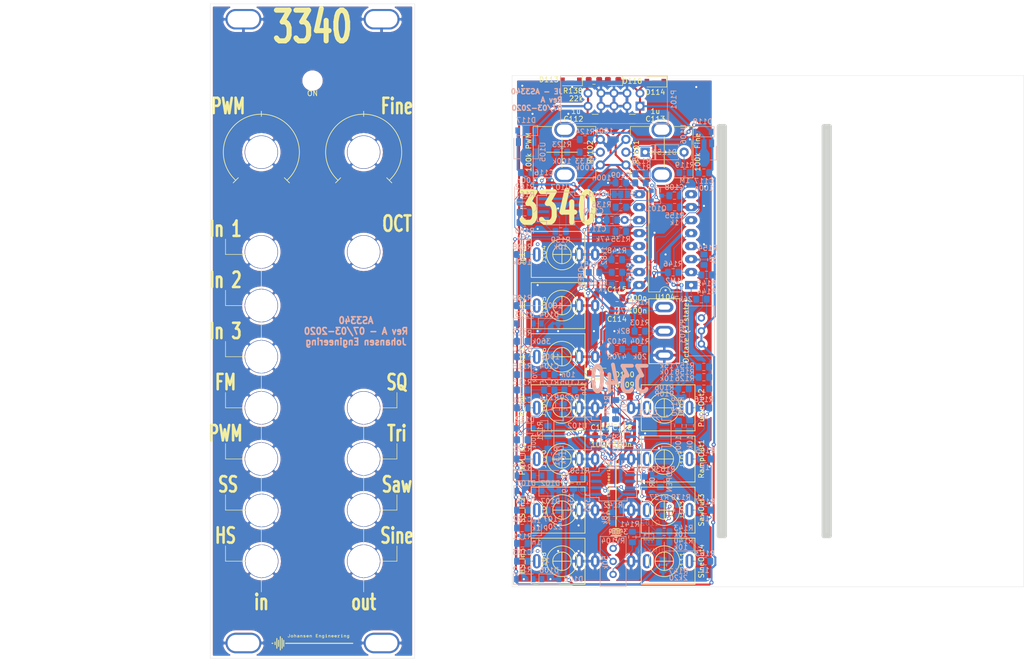
<source format=kicad_pcb>
(kicad_pcb (version 20240108) (generator "pcbnew") (generator_version "8.0")
  (layers (0 "F.Cu" signal) (31 "B.Cu" signal) (34 "B.Paste" user) (35 "F.Paste" user) (36 "B.SilkS" user "B.Silkscreen") (37 "F.SilkS" user "F.Silkscreen") (38 "B.Mask" user) (39 "F.Mask" user) (44 "Edge.Cuts" user))
  (net 0 "")
  (net 1 "GND")
  (net 2 "Net-(C101-Pad2)")
  (net 3 "Net-(C101-Pad1)")
  (net 4 "3SoftSyncIn2")
  (net 5 "Net-(C102-Pad2)")
  (net 6 "3HardSyncIn3")
  (net 7 "Net-(C103-Pad2)")
  (net 8 "Net-(C104-Pad2)")
  (net 9 "-12VA")
  (net 10 "Net-(C105-Pad2)")
  (net 11 "3PWM_In5")
  (net 12 "Net-(C106-Pad1)")
  (net 13 "Net-(C107-Pad1)")
  (net 14 "Net-(C108-Pad2)")
  (net 15 "3VSO_3")
  (net 16 "Net-(C110-Pad2)")
  (net 17 "+12VA")
  (net 18 "+5V")
  (net 19 "-5V")
  (net 20 "Net-(D101-Pad2)")
  (net 21 "3CVIn1")
  (net 22 "3FM_Lin_In4")
  (net 23 "Net-(D115-Pad1)")
  (net 24 "Net-(D116-Pad2)")
  (net 25 "Net-(J101-PadT)")
  (net 26 "Net-(J102-PadT)")
  (net 27 "Net-(J103-PadT)")
  (net 28 "Net-(J104-PadT)")
  (net 29 "Net-(J105-PadT)")
  (net 30 "Net-(J106-PadT)")
  (net 31 "Net-(J107-PadT)")
  (net 32 "Net-(J108-PadT)")
  (net 33 "Net-(J110-PadT)")
  (net 34 "3Sine")
  (net 35 "Net-(JP101-Pad2)")
  (net 36 "Net-(Q102-Pad1)")
  (net 37 "Net-(Q102-Pad2)")
  (net 38 "Net-(Q102-Pad3)")
  (net 39 "Net-(Q102-Pad4)")
  (net 40 "Net-(Q102-Pad5)")
  (net 41 "Net-(R101-Pad1)")
  (net 42 "Net-(R102-Pad1)")
  (net 43 "3Octave")
  (net 44 "Net-(R105-Pad1)")
  (net 45 "Net-(R107-Pad1)")
  (net 46 "Net-(R116-Pad1)")
  (net 47 "Net-(R119-Pad1)")
  (net 48 "Net-(R120-Pad1)")
  (net 49 "Net-(R121-Pad1)")
  (net 50 "3PWM_Adj")
  (net 51 "3VP_2")
  (net 52 "Net-(R126-Pad2)")
  (net 53 "Net-(R127-Pad2)")
  (net 54 "Net-(R132-Pad1)")
  (net 55 "Net-(R133-Pad1)")
  (net 56 "3VTO_1")
  (net 57 "Net-(R142-Pad1)")
  (net 58 "Net-(R144-Pad2)")
  (net 59 "Net-(R144-Pad1)")
  (net 60 "Net-(R145-Pad1)")
  (net 61 "Net-(R148-Pad2)")
  (net 62 "Net-(R150-Pad2)")
  (net 63 "Net-(R151-Pad1)")
  (net 64 "Net-(R152-Pad2)")
  (net 65 "Net-(R154-Pad2)")
  (net 66 "Net-(R155-Pad2)")
  (net 67 "Net-(R159-Pad1)")
  (net 68 "Net-(R159-Pad2)")
  (net 69 "Net-(R161-Pad1)")
  (net 70 "Net-(U104-Pad10)")
  (net 71 "Net-(D103-Pad2)")
  (net 72 "Net-(Q102-Pad6)")
  (footprint "Capacitor_SMD:C_1206_3216Metric_Pad1.42x1.75mm_HandSolder" (layer "F.Cu") (at 66.25 58.5)
    (property "Reference" "C112")
    (property "Value" "1u")
  )
  (footprint "Capacitor_SMD:C_1206_3216Metric_Pad1.42x1.75mm_HandSolder" (layer "F.Cu") (at 73.5 58.5)
    (property "Reference" "C113")
    (property "Value" "1u")
  )
  (footprint "Capacitor_SMD:C_0805_2012Metric_Pad1.15x1.40mm_HandSolder" (layer "F.Cu") (at 70.5 96 180)
    (property "Reference" "C114")
    (property "Value" "100n")
  )
  (footprint "Capacitor_SMD:C_0805_2012Metric_Pad1.15x1.40mm_HandSolder" (layer "F.Cu") (at 70.525 93.5)
    (property "Reference" "C115")
    (property "Value" "100n")
  )
  (footprint "Capacitor_SMD:C_0805_2012Metric_Pad1.15x1.40mm_HandSolder" (layer "F.Cu") (at 71.525 120.5)
    (property "Reference" "C118")
    (property "Value" "100n")
  )
  (footprint "Capacitor_SMD:C_0805_2012Metric_Pad1.15x1.40mm_HandSolder" (layer "F.Cu") (at 67.275 120.5)
    (property "Reference" "C119")
    (property "Value" "100n")
  )
  (footprint "Diode_SMD:D_SOD-123" (layer "F.Cu") (at 67.5 110.5 180)
    (property "Reference" "D109")
    (property "Value" "1N1007")
  )
  (footprint "Diode_SMD:D_SOD-123" (layer "F.Cu") (at 66.75 108.25)
    (property "Reference" "D110")
    (property "Value" "1N1007")
  )
  (footprint "Diode_SMD:D_SOD-123" (layer "F.Cu") (at 61.5 51 180)
    (property "Reference" "D113")
    (property "Value" "1N1007")
  )
  (footprint "Diode_SMD:D_SOD-123" (layer "F.Cu") (at 78 51.25 180)
    (property "Reference" "D114")
    (property "Value" "1N1007")
  )
  (footprint "LED_SMD:LED_0805_2012Metric_Pad1.15x1.40mm_HandSolder" (layer "F.Cu") (at 69.75 51 180)
    (property "Reference" "D116")
    (property "Value" "LED")
  )
  (footprint "AJ-Dropbox-Kicad:PJ301SM" (layer "F.Cu") (at 79.75 125 -90)
    (property "Reference" "J101")
    (property "Value" "RampOut1")
  )
  (footprint "AJ-Dropbox-Kicad:PJ301SM" (layer "F.Cu") (at 79.75 115 -90)
    (property "Reference" "J102")
    (property "Value" "PulseOut2")
  )
  (footprint "AJ-Dropbox-Kicad:PJ301SM" (layer "F.Cu") (at 79.75 135 -90)
    (property "Reference" "J103")
    (property "Value" "SawOut3")
  )
  (footprint "AJ-Dropbox-Kicad:PJ301SM" (layer "F.Cu") (at 59.75 85 90)
    (property "Reference" "J104")
    (property "Value" "In1.1")
  )
  (footprint "AJ-Dropbox-Kicad:PJ301SM" (layer "F.Cu") (at 59.75 95 90)
    (property "Reference" "J105")
    (property "Value" "In1.2")
  )
  (footprint "AJ-Dropbox-Kicad:PJ301SM" (layer "F.Cu") (at 59.75 105 90)
    (property "Reference" "J106")
    (property "Value" "In1.3")
  )
  (footprint "AJ-Dropbox-Kicad:PJ301SM" (layer "F.Cu") (at 59.75 135 90)
    (property "Reference" "J107")
    (property "Value" "SS_In2")
  )
  (footprint "AJ-Dropbox-Kicad:PJ301SM" (layer "F.Cu") (at 59.75 145 90)
    (property "Reference" "J108")
    (property "Value" "HS_In3")
  )
  (footprint "AJ-Dropbox-Kicad:PJ301SM" (layer "F.Cu") (at 59.75 115 90)
    (property "Reference" "J109")
    (property "Value" "FM_In4")
  )
  (footprint "AJ-Dropbox-Kicad:PJ301SM" (layer "F.Cu") (at 59.75 125 90)
    (property "Reference" "J110")
    (property "Value" "PWM_In5")
  )
  (footprint "AJ-Dropbox-Kicad:PJ301SM" (layer "F.Cu") (at 79.75 145 -90)
    (property "Reference" "J111")
    (property "Value" "SineOut4")
  )
  (footprint "Resistor_SMD:R_0805_2012Metric_Pad1.15x1.40mm_HandSolder" (layer "F.Cu") (at 66 51 180)
    (property "Reference" "R138")
    (property "Value" "22k")
  )
  (footprint "AJ-Dropbox-Kicad:Potentiometer_China_RK09_Single_Vertical_AJ" (layer "F.Cu") (at 72.25 67.5)
    (property "Reference" "RV101")
    (property "Value" "100k Fine")
  )
  (footprint "AJ-Dropbox-Kicad:Potentiometer_China_RK09_Single_Vertical_AJ" (layer "F.Cu") (at 67.25 62.5 180)
    (property "Reference" "RV102")
    (property "Value" "100k PWM")
  )
  (footprint "AJ-Dropbox-Kicad:SP1MS1" (layer "F.Cu") (at 79.75 100)
    (property "Reference" "SW101")
    (property "Value" "Octave (3 state)")
  )
  (footprint "Package_DIP:DIP-16_W10.16mm_LongPads" (layer "F.Cu") (at 85 91 180)
    (property "Reference" "U104")
    (property "Value" "AS3340")
  )
  (footprint "AJ:Pot_6m3" (layer "F.Cu") (at 21 84.5)
    (property "Reference" "TP101" (hide yes))
    (property "Value" "Oct")
  )
  (footprint "AJ:Jack_6m3" (layer "F.Cu") (at 21 125)
    (property "Reference" "TP102" (hide yes))
    (property "Value" "In1")
  )
  (footprint "AJ:Jack_6m3" (layer "F.Cu") (at 1.075001 135.075001)
    (property "Reference" "TP103" (hide yes))
    (property "Value" "In2")
  )
  (footprint "AJ:Jack_6m3" (layer "F.Cu") (at 21 145)
    (property "Reference" "TP104" (hide yes))
    (property "Value" "In3")
  )
  (footprint "AJ:Jack_6m3" (layer "F.Cu") (at 21 135)
    (property "Reference" "TP105" (hide yes))
    (property "Value" "SS")
  )
  (footprint "AJ:Jack_6m3" (layer "F.Cu") (at 1.075001 145)
    (property "Reference" "TP106" (hide yes))
    (property "Value" "HS")
  )
  (footprint "AJ:Jack_6m3" (layer "F.Cu") (at 21 115)
    (property "Reference" "TP107" (hide yes))
    (property "Value" "FM")
  )
  (footprint "AJ:Jack_6m3" (layer "F.Cu") (at 1 125)
    (property "Reference" "TP108" (hide yes))
    (property "Value" "PWM")
  )
  (footprint "AJ:Jack_6m3" (layer "F.Cu") (at 1 84.5)
    (property "Reference" "TP109" (hide yes))
    (property "Value" "Tri")
  )
  (footprint "AJ:Jack_6m3" (layer "F.Cu") (at 1 115)
    (property "Reference" "TP110" (hide yes))
    (property "Value" "SQ")
  )
  (footprint "AJ:Jack_6m3" (layer "F.Cu") (at 1 95)
    (property "Reference" "TP111" (hide yes))
    (property "Value" "Saw")
  )
  (footprint "AJ:Pot_6m3_scale1" (layer "F.Cu") (at 1 65)
    (property "Reference" "TP112" (hide yes))
    (property "Value" "Fine")
  )
  (footprint "AJ:Pot_6m3_scale1" (layer "F.Cu") (at 21 65)
    (property "Reference" "TP113" (hide yes))
    (property "Value" "PWM")
  )
  (footprint "AJ:Jack_6m3" (layer "F.Cu") (at 1 105)
    (property "Reference" "TP115" (hide yes))
    (property "Value" "3m5 jack")
  )
  (footprint "AJ:MountingHole_Eurorack3" (layer "F.Cu") (at -2.5 39)
    (property "Reference" "H101")
    (property "Value" "MountingHole_Pad")
  )
  (footprint "AJ:MountingHole_Eurorack3" (layer "F.Cu") (at 24.5 39)
    (property "Reference" "H103")
    (property "Value" "MountingHole_Pad")
  )
  (footprint "AJ:LED_Hole_3mm" (layer "F.Cu") (at 11 51)
    (property "Reference" "H105")
    (property "Value" "ON")
  )
  (footprint "AJ:Johansen_engineering_logo_20mm" (layer "F.Cu") (at 11 161)
    (property "Reference" "G***" (hide yes))
    (property "Value" "LOGO" (hide yes))
  )
  (footprint "AJ:Johansen_engineering_logo_20mm" (layer "F.Cu") (at 70.25 133 90)
    (property "Reference" "G***" (hide yes))
    (property "Value" "LOGO" (hide yes))
  )
  (footprint "Capacitor_SMD:C_0805_2012Metric_Pad1.15x1.40mm_HandSolder" (layer "B.Cu") (at 52 115)
    (property "Reference" "C101")
    (property "Value" "100n")
  )
  (footprint "Capacitor_SMD:C_0805_2012Metric_Pad1.15x1.40mm_HandSolder" (layer "B.Cu") (at 52 135 180)
    (property "Reference" "C102")
    (property "Value" "1n")
  )
  (footprint "Capacitor_SMD:C_0805_2012Metric_Pad1.15x1.40mm_HandSolder" (layer "B.Cu") (at 52 141.5 180)
    (property "Reference" "C103")
    (property "Value" "1n")
  )
  (footprint "Capacitor_SMD:C_0805_2012Metric_Pad1.15x1.40mm_HandSolder" (layer "B.Cu") (at 57.25 108.5 180)
    (property "Reference" "C104")
    (property "Value" "10n")
  )
  (footprint "Capacitor_SMD:C_0805_2012Metric_Pad1.15x1.40mm_HandSolder" (layer "B.Cu") (at 61.25 111.5 180)
    (property "Reference" "C105")
    (property "Value" "10n")
  )
  (footprint "Capacitor_SMD:C_0805_2012Metric_Pad1.15x1.40mm_HandSolder" (layer "B.Cu") (at 68.25 118.25 90)
    (property "Reference" "C106")
    (property "Value" "10n")
  )
  (footprint "Capacitor_SMD:C_0805_2012Metric_Pad1.15x1.40mm_HandSolder" (layer "B.Cu") (at 58 135 180)
    (property "Reference" "C107")
    (property "Value" "220p")
  )
  (footprint "Capacitor_SMD:C_0805_2012Metric_Pad1.15x1.40mm_HandSolder" (layer "B.Cu") (at 81.75 73.5 180)
    (property "Reference" "C108")
    (property "Value" "100n")
  )
  (footprint "Capacitor_SMD:C_0805_2012Metric_Pad1.15x1.40mm_HandSolder" (layer "B.Cu") (at 71.25 71)
    (property "Reference" "C109")
    (property "Value" "100n")
  )
  (footprint "Capacitor_THT:C_Rect_L7.0mm_W2.0mm_P5.00mm" (layer "B.Cu") (at 67 78.25)
    (property "Reference" "C110")
    (property "Value" "1n poly")
  )
  (footprint "Capacitor_SMD:C_0805_2012Metric_Pad1.15x1.40mm_HandSolder" (layer "B.Cu") (at 69.5 78.25 180)
    (property "Reference" "C111")
    (property "Value" "1n alt")
  )
  (footprint "Capacitor_SMD:C_0805_2012Metric_Pad1.15x1.40mm_HandSolder" (layer "B.Cu") (at 52.75 69 180)
    (property "Reference" "C116")
    (property "Value" "100n")
  )
  (footprint "Capacitor_SMD:C_0805_2012Metric_Pad1.15x1.40mm_HandSolder" (layer "B.Cu") (at 87.5 69)
    (property "Reference" "C117")
    (property "Value" "100n")
  )
  (footprint "Diode_SMD:D_SOD-123" (layer "B.Cu") (at 52.6 128.25)
    (property "Reference" "D101")
    (property "Value" "1N1007")
  )
  (footprint "Diode_SMD:D_SOD-123" (layer "B.Cu") (at 57.5 128.25)
    (property "Reference" "D102")
    (property "Value" "1N1007")
  )
  (footprint "Diode_SMD:D_SOD-123" (layer "B.Cu") (at 52.5 98.5)
    (property "Reference" "D103")
    (property "Value" "1N1007")
  )
  (footprint "Diode_SMD:D_SOD-123" (layer "B.Cu") (at 57.375001 98.5)
    (property "Reference" "D104")
    (property "Value" "1N1007")
  )
  (footprint "Diode_SMD:D_SOD-123" (layer "B.Cu") (at 52.6 131.25)
    (property "Reference" "D105")
    (property "Value" "1N1007")
  )
  (footprint "Diode_SMD:D_SOD-123" (layer "B.Cu") (at 52.5 148.5)
    (property "Reference" "D106")
    (property "Value" "1N1007")
  )
  (footprint "Diode_SMD:D_SOD-123" (layer "B.Cu") (at 57.5 131.25)
    (property "Reference" "D107")
    (property "Value" "1N1007")
  )
  (footprint "Diode_SMD:D_SOD-123" (layer "B.Cu") (at 57.5 148.5)
    (property "Reference" "D108")
    (property "Value" "1N1007")
  )
  (footprint "Diode_SMD:D_SOD-123" (layer "B.Cu") (at 52.5 119)
    (property "Reference" "D112")
    (property "Value" "1N4148")
  )
  (footprint "Diode_SMD:D_SOD-123" (layer "B.Cu") (at 87.25 61 180)
    (property "Reference" "D118")
    (property "Value" "1N1007")
  )
  (footprint "Jumper:SolderJumper-3_P1.3mm_Bridged12_Pad1.0x1.5mm_NumberLabels" (layer "B.Cu") (at 71.25 73.25)
    (property "Reference" "JP101")
    (property "Value" "Jumper")
  )
  (footprint "Connector_IDC:IDC-Header_2x05_P2.54mm_Vertical" (layer "B.Cu") (at 75 56 90)
    (property "Reference" "P101")
    (property "Value" "HEADER_2x5_Doepfer")
  )
  (footprint "Package_TO_SOT_SMD:SOT-23" (layer "B.Cu") (at 78.25 73.5)
    (property "Reference" "Q101")
    (property "Value" "MMBT3906")
  )
  (footprint "AJ:UMX1N_UMT6_DualNPN" (layer "B.Cu") (at 76.75 140.25 -90)
    (property "Reference" "Q102")
    (property "Value" "UMX1N")
  )
  (footprint "Resistor_SMD:R_0805_2012Metric_Pad1.15x1.40mm_HandSolder" (layer "B.Cu") (at 74.975 96 180)
    (property "Reference" "R101")
    (property "Value" "47k")
  )
  (footprint "Resistor_SMD:R_0805_2012Metric_Pad1.15x1.40mm_HandSolder" (layer "B.Cu") (at 70.475 103.5 180)
    (property "Reference" "R102")
    (property "Value" "470R")
  )
  (footprint "Resistor_SMD:R_0805_2012Metric_Pad1.15x1.40mm_HandSolder" (layer "B.Cu") (at 74.975 100 180)
    (property "Reference" "R103")
    (property "Value" "82k")
  )
  (footprint "Resistor_SMD:R_0805_2012Metric_Pad1.15x1.40mm_HandSolder" (layer "B.Cu") (at 74.975 103.5)
    (property "Reference" "R104")
    (property "Value" "20k")
  )
  (footprint "Resistor_SMD:R_0805_2012Metric_Pad1.15x1.40mm_HandSolder" (layer "B.Cu") (at 87.775 125 180)
    (property "Reference" "R105")
    (property "Value" "1k")
  )
  (footprint "Resistor_SMD:R_0805_2012Metric_Pad1.15x1.40mm_HandSolder" (layer "B.Cu") (at 83.5 111.25)
    (property "Reference" "R106")
    (property "Value" "910R")
  )
  (footprint "Resistor_SMD:R_0805_2012Metric_Pad1.15x1.40mm_HandSolder" (layer "B.Cu") (at 87.75 135 180)
    (property "Reference" "R107")
    (property "Value" "1k")
  )
  (footprint "Resistor_SMD:R_0805_2012Metric_Pad1.15x1.40mm_HandSolder" (layer "B.Cu") (at 51.975 85)
    (property "Reference" "R108")
    (property "Value" "100k")
  )
  (footprint "Resistor_SMD:R_0805_2012Metric_Pad1.15x1.40mm_HandSolder" (layer "B.Cu") (at 51.975 95)
    (property "Reference" "R109")
    (property "Value" "100k")
  )
  (footprint "Resistor_SMD:R_0805_2012Metric_Pad1.15x1.40mm_HandSolder" (layer "B.Cu") (at 52 105)
    (property "Reference" "R110")
    (property "Value" "100k")
  )
  (footprint "Resistor_SMD:R_0805_2012Metric_Pad1.15x1.40mm_HandSolder" (layer "B.Cu") (at 52 138.5)
    (property "Reference" "R111")
    (property "Value" "1k")
  )
  (footprint "Resistor_SMD:R_0805_2012Metric_Pad1.15x1.40mm_HandSolder" (layer "B.Cu") (at 52 145)
    (property "Reference" "R112")
    (property "Value" "1k")
  )
  (footprint "Resistor_SMD:R_0805_2012Metric_Pad1.15x1.40mm_HandSolder" (layer "B.Cu") (at 52 125)
    (property "Reference" "R113")
    (property "Value" "1k")
  )
  (footprint "Resistor_SMD:R_0805_2012Metric_Pad1.15x1.40mm_HandSolder" (layer "B.Cu") (at 57 115.25 90)
    (property "Reference" "R114")
    (property "Value" "1k6")
  )
  (footprint "Resistor_SMD:R_0805_2012Metric_Pad1.15x1.40mm_HandSolder" (layer "B.Cu") (at 52 111.5 180)
    (property "Reference" "R115")
    (property "Value" "1M")
  )
  (footprint "Resistor_SMD:R_0805_2012Metric_Pad1.15x1.40mm_HandSolder" (layer "B.Cu") (at 87.5 115 180)
    (property "Reference" "R116")
    (property "Value" "1k")
  )
  (footprint "Resistor_SMD:R_0805_2012Metric_Pad1.15x1.40mm_HandSolder" (layer "B.Cu") (at 52 102 180)
    (property "Reference" "R117")
    (property "Value" "360k")
  )
  (footprint "Resistor_SMD:R_0805_2012Metric_Pad1.15x1.40mm_HandSolder" (layer "B.Cu") (at 52 108.5 180)
    (property "Reference" "R118")
    (property "Value" "470R")
  )
  (footprint "Resistor_SMD:R_0805_2012Metric_Pad1.15x1.40mm_HandSolder" (layer "B.Cu") (at 83.725 69)
    (property "Reference" "R119")
    (property "Value" "1M")
  )
  (footprint "Resistor_SMD:R_0805_2012Metric_Pad1.15x1.40mm_HandSolder" (layer "B.Cu") (at 82.5 118.5 90)
    (property "Reference" "R120")
    (property "Value" "100k")
  )
  (footprint "Resistor_SMD:R_0805_2012Metric_Pad1.15x1.40mm_HandSolder" (layer "B.Cu") (at 57 119.525 90)
    (property "Reference" "R121")
    (property "Value" "12k5")
  )
  (footprint "Resistor_SMD:R_0805_2012Metric_Pad1.15x1.40mm_HandSolder" (layer "B.Cu") (at 52 121.25 180)
    (property "Reference" "R122")
    (property "Value" "100k")
  )
  (footprint "Resistor_SMD:R_0805_2012Metric_Pad1.15x1.40mm_HandSolder" (layer "B.Cu") (at 59.75 65)
    (property "Reference" "R123")
    (property "Value" "100k")
  )
  (footprint "Resistor_SMD:R_0805_2012Metric_Pad1.15x1.40mm_HandSolder" (layer "B.Cu") (at 64.25 62.5)
    (property "Reference" "R124")
    (property "Value" "100k")
  )
  (footprint "Resistor_SMD:R_0805_2012Metric_Pad1.15x1.40mm_HandSolder" (layer "B.Cu") (at 57.25 111.5 180)
    (property "Reference" "R125")
    (property "Value" "470R")
  )
  (footprint "Resistor_SMD:R_0805_2012Metric_Pad1.15x1.40mm_HandSolder" (layer "B.Cu") (at 87.5 111.25 180)
    (property "Reference" "R126")
    (property "Value" "10k")
  )
  (footprint "Resistor_SMD:R_0805_2012Metric_Pad1.15x1.40mm_HandSolder" (layer "B.Cu") (at 75.1 71)
    (property "Reference" "R127")
    (property "Value" "10k")
  )
  (footprint "Resistor_SMD:R_0805_2012Metric_Pad1.15x1.40mm_HandSolder" (layer "B.Cu") (at 75.125 69.2 180)
    (property "Reference" "R128")
    (property "Value" "12k5")
  )
  (footprint "Resistor_SMD:R_0805_2012Metric_Pad1.15x1.40mm_HandSolder" (layer "B.Cu") (at 60 115.25 90)
    (property "Reference" "R129")
    (property "Value" "1M5")
  )
  (footprint "Resistor_SMD:R_0805_2012Metric_Pad1.15x1.40mm_HandSolder" (layer "B.Cu") (at 84.75 118.5 -90)
    (property "Reference" "R130")
    (property "Value" "10k")
  )
  (footprint "Resistor_SMD:R_0805_2012Metric_Pad1.15x1.40mm_HandSolder" (layer "B.Cu") (at 57 124 90)
    (property "Reference" "R131")
    (property "Value" "10k")
  )
  (footprint "Resistor_SMD:R_0805_2012Metric_Pad1.15x1.40mm_HandSolder" (layer "B.Cu") (at 70.25 118.225 -90)
    (property "Reference" "R132")
    (property "Value" "100k")
  )
  (footprint "Resistor_SMD:R_0805_2012Metric_Pad1.15x1.40mm_HandSolder" (layer "B.Cu") (at 64.225 65 180)
    (property "Reference" "R133")
    (property "Value" "100k")
  )
  (footprint "Resistor_SMD:R_0805_2012Metric_Pad1.15x1.40mm_HandSolder" (layer "B.Cu") (at 70.25 114.5 -90)
    (property "Reference" "R134")
    (property "Value" "10k")
  )
  (footprint "Resistor_SMD:R_0805_2012Metric_Pad1.15x1.40mm_HandSolder" (layer "B.Cu") (at 71.25 80.5)
    (property "Reference" "R135")
    (property "Value" "47k")
  )
  (footprint "Resistor_SMD:R_0805_2012Metric_Pad1.15x1.40mm_HandSolder" (layer "B.Cu") (at 71.25 75.75 180)
    (property "Reference" "R136")
    (property "Value" "47k")
  )
  (footprint "Resistor_SMD:R_0805_2012Metric_Pad1.15x1.40mm_HandSolder" (layer "B.Cu") (at 79.5 135 90)
    (property "Reference" "R137")
    (property "Value" "47k")
  )
  (footprint "Resistor_SMD:R_0805_2012Metric_Pad1.15x1.40mm_HandSolder" (layer "B.Cu") (at 82.5 135.025 -90)
    (property "Reference" "R139")
    (property "Value" "2k20")
  )
  (footprint "Resistor_SMD:R_0805_2012Metric_Pad1.15x1.40mm_HandSolder" (layer "B.Cu") (at 79.75 141.25)
    (property "Reference" "R140")
    (property "Value" "10k")
  )
  (footprint "Resistor_SMD:R_0805_2012Metric_Pad1.15x1.40mm_HandSolder" (layer "B.Cu") (at 73.5 140.25 90)
    (property "Reference" "R141")
    (property "Value" "390R")
  )
  (footprint "Resistor_SMD:R_0805_2012Metric_Pad1.15x1.40mm_HandSolder" (layer "B.Cu") (at 69.75 136.475 90)
    (property "Reference" "R142")
    (property "Value" "18k")
  )
  (footprint "Resistor_SMD:R_0805_2012Metric_Pad1.15x1.40mm_HandSolder" (layer "B.Cu") (at 79.75 139.25)
    (property "Reference" "R143")
    (property "Value" "10k")
  )
  (footprint "Resistor_SMD:R_0805_2012Metric_Pad1.15x1.40mm_HandSolder" (layer "B.Cu") (at 87 93.75)
    (property "Reference" "R144")
    (property "Value" "26k7")
  )
  (footprint "Resistor_SMD:R_0805_2012Metric_Pad1.15x1.40mm_HandSolder" (layer "B.Cu") (at 81.475 88.5 180)
    (property "Reference" "R146")
    (property "Value" "1M2")
  )
  (footprint "Resistor_SMD:R_0805_2012Metric_Pad1.15x1.40mm_HandSolder" (layer "B.Cu") (at 79.5 145.75 90)
    (property "Reference" "R147")
    (property "Value" "2k20")
  )
  (footprint "Resistor_SMD:R_0805_2012Metric_Pad1.15x1.40mm_HandSolder" (layer "B.Cu") (at 70.475 86)
    (property "Reference" "R148")
    (property "Value" "1k82")
  )
  (footprint "Resistor_SMD:R_0805_2012Metric_Pad1.15x1.40mm_HandSolder" (layer "B.Cu") (at 62 129.8 -90)
    (property "Reference" "R149")
    (property "Value" "13k3")
  )
  (footprint "Resistor_SMD:R_0805_2012Metric_Pad1.15x1.40mm_HandSolder" (layer "B.Cu") (at 64 129.8 90)
    (property "Reference" "R150")
    (property "Value" "13k3")
  )
  (footprint "Resistor_SMD:R_0805_2012Metric_Pad1.15x1.40mm_HandSolder" (layer "B.Cu") (at 66.025 88.5 180)
    (property "Reference" "R151")
    (property "Value" "OPEN")
  )
  (footprint "Resistor_SMD:R_0805_2012Metric_Pad1.15x1.40mm_HandSolder" (layer "B.Cu") (at 75.75 129.5 -90)
    (property "Reference" "R152")
    (property "Value" "0R")
  )
  (footprint "Resistor_SMD:R_0805_2012Metric_Pad1.15x1.40mm_HandSolder" (layer "B.Cu") (at 87.725 145)
    (property "Reference" "R153")
    (property "Value" "1k")
  )
  (footprint "Resistor_SMD:R_0805_2012Metric_Pad1.15x1.40mm_HandSolder" (layer "B.Cu") (at 87.5 86.025 90)
    (property "Reference" "R154")
    (property "Value" "3k")
  )
  (footprint "Resistor_SMD:R_0805_2012Metric_Pad1.15x1.40mm_HandSolder" (layer "B.Cu") (at 81.775 75.75)
    (property "Reference" "R155")
    (property "Value" "1k")
  )
  (footprint "Resistor_SMD:R_0805_2012Metric_Pad1.15x1.40mm_HandSolder" (layer "B.Cu") (at 70.5 88.5 180)
    (property "Reference" "R156")
    (property "Value" "100k")
  )
  (footprint "Resistor_SMD:R_0805_2012Metric_Pad1.15x1.40mm_HandSolder" (layer "B.Cu") (at 87.475 107)
    (property "Reference" "R157")
    (property "Value" "15k")
  )
  (footprint "Resistor_SMD:R_0805_2012Metric_Pad1.15x1.40mm_HandSolder" (layer "B.Cu") (at 87.5 109)
    (property "Reference" "R158")
    (property "Value" "10k")
  )
  (footprint "Resistor_SMD:R_0805_2012Metric_Pad1.15x1.40mm_HandSolder" (layer "B.Cu") (at 59.5 80.5)
    (property "Reference" "R159")
    (property "Value" "10k")
  )
  (footprint "Resistor_SMD:R_0805_2012Metric_Pad1.15x1.40mm_HandSolder" (layer "B.Cu") (at 52.475 78.75)
    (property "Reference" "R160")
    (property "Value" "25k")
  )
  (footprint "Resistor_SMD:R_0805_2012Metric_Pad1.15x1.40mm_HandSolder" (layer "B.Cu") (at 52.5 76.75 180)
    (property "Reference" "R161")
    (property "Value" "10k")
  )
  (footprint "Resistor_SMD:R_0805_2012Metric_Pad1.15x1.40mm_HandSolder" (layer "B.Cu") (at 52.5 74.75 180)
    (property "Reference" "R162")
    (property "Value" "25k")
  )
  (footprint "Resistor_SMD:R_0805_2012Metric_Pad1.15x1.40mm_HandSolder" (layer "B.Cu") (at 79 129.475 90)
    (property "Reference" "R163")
    (property "Value" "OPEN")
  )
  (footprint "Potentiometer_THT:Potentiometer_Bourns_3296W_Vertical" (layer "B.Cu") (at 87 102.5 -90)
    (property "Reference" "RV103")
    (property "Value" "5k")
  )
  (footprint "Potentiometer_THT:Potentiometer_Bourns_3296W_Vertical" (layer "B.Cu") (at 69.75 142.5 90)
    (property "Reference" "RV104")
    (property "Value" "50k")
  )
  (footprint "AJ-Dropbox-Kicad:AJ_SO-8_5.3x6.2mm_P1.27mm" (layer "B.Cu") (at 76.5 120 180)
    (property "Reference" "U101")
    (property "Value" "TL072")
  )
  (footprint "AJ-Dropbox-Kicad:AJ_SO-8_5.3x6.2mm_P1.27mm" (layer "B.Cu") (at 62.75 120 180)
    (property "Reference" "U102")
    (property "Value" "TL072")
  )
  (footprint "AJ-Dropbox-Kicad:AJ_SO-8_5.3x6.2mm_P1.27mm" (layer "B.Cu") (at 69.75 130 180)
    (property "Reference" "U103")
    (property "Value" "TL072")
  )
  (footprint "Package_TO_SOT_SMD:SOT-89-3" (layer "B.Cu") (at 52.75 64.5 -90)
    (property "Reference" "U105")
    (property "Value" "L78L05_SOT89")
  )
  (footprint "Package_TO_SOT_SMD:SOT-89-3" (layer "B.Cu") (at 87.5 64.75 -90)
    (property "Reference" "U106")
    (property "Value" "L79L05_SOT89")
  )
  (footprint "AJ-Dropbox-Kicad:AJ_SO-8_5.3x6.2mm_P1.27mm" (layer "B.Cu") (at 59.5 76 180)
    (property "Reference" "U107")
    (property "Value" "TL072")
  )
  (footprint "Diode_THT:D_A-405_P7.62mm_Horizontal" (layer "B.Cu") (at 76 65)
    (property "Reference" "D115")
    (property "Value" "Germanium")
  )
  (footprint "Resistor_SMD:R_0805_2012Metric_Pad1.15x1.40mm_HandSolder" (layer "B.Cu") (at 70.5 91 180)
    (property "Reference" "R164")
    (property "Value" "1k")
  )
  (footprint "AJ:MountingHole_Eurorack3" (layer "B.Cu") (at -2.5 161)
    (property "Reference" "H102")
    (property "Value" "MountingHole_Pad")
  )
  (footprint "AJ:MountingHole_Eurorack3" (layer "B.Cu") (at 24.5 161)
    (property "Reference" "H104")
    (property "Value" "MountingHole_Pad")
  )
  (footprint "Diode_SMD:D_SOD-123" (layer "B.Cu") (at 52.75 60.75 180)
    (property "Reference" "D117")
    (property "Value" "1N1007")
  )
  (footprint "Resistor_SMD:R_0805_2012Metric_Pad1.15x1.40mm_HandSolder" (layer "B.Cu") (at 88 89)
    (property "Reference" "R145")
    (property "Value" "6k04")
  )
  (gr_line (start 71.75 133.75) (end 71.75 136.25) (stroke (width 0.12)) (layer "B.SilkS"))
  (gr_line (start 55.75 137.75) (end 55.75 140) (stroke (width 0.12)) (layer "B.SilkS"))
  (gr_line (start 50.5 74.75) (end 52.5 74.75) (stroke (width 0.12)) (layer "B.SilkS"))
  (gr_line (start 55.75 143) (end 54 143) (stroke (width 0.12)) (layer "B.SilkS"))
  (gr_line (start 79.75 143) (end 79.75 141.25) (stroke (width 0.12)) (layer "B.SilkS"))
  (gr_line (start 75 137.75) (end 75 140.25) (stroke (width 0.12)) (layer "B.SilkS"))
  (gr_line (start 54.75 73.75) (end 54.75 76.25) (stroke (width 0.12)) (layer "B.SilkS"))
  (gr_line (start 55.75 141.25) (end 55.75 143) (stroke (width 0.12)) (layer "B.SilkS"))
  (gr_line (start 71.75 136.25) (end 69.75 136.25) (stroke (width 0.12)) (layer "B.SilkS"))
  (gr_line (start 62 129.75) (end 61 129.75) (stroke (width 0.12)) (layer "B.SilkS"))
  (gr_line (start 61 127.75) (end 60 127.75) (stroke (width 0.12)) (layer "B.SilkS"))
  (gr_line (start 85.5 140.75) (end 85.5 143) (stroke (width 0.12)) (layer "B.SilkS"))
  (gr_line (start 61 129.75) (end 61 127.75) (stroke (width 0.12)) (layer "B.SilkS"))
  (gr_line (start 54 103.5) (end 53.25 105) (stroke (width 0.12)) (layer "B.SilkS"))
  (gr_line (start 54 126.5) (end 54 125) (stroke (width 0.12)) (layer "B.SilkS"))
  (gr_line (start 60 137) (end 60 135) (stroke (width 0.12)) (layer "B.SilkS"))
  (gr_line (start 58.5 113.75) (end 58.5 115) (stroke (width 0.12)) (layer "B.SilkS"))
  (gr_line (start 58.5 115) (end 57 115.5) (stroke (width 0.12)) (layer "B.SilkS"))
  (gr_line (start 75 140.25) (end 73.5 140.25) (stroke (width 0.12)) (layer "B.SilkS"))
  (gr_line (start 61.5 114.75) (end 60 115.25) (stroke (width 0.12)) (layer "B.SilkS"))
  (gr_line (start 61.5 113.75) (end 61.5 114.75) (stroke (width 0.12)) (layer "B.SilkS"))
  (gr_line (start 85.5 143) (end 79.75 143) (stroke (width 0.12)) (layer "B.SilkS"))
  (gr_line (start 55.75 140) (end 54 140) (stroke (width 0.12)) (layer "B.SilkS"))
  (gr_line (start 57 117.5) (end 57 119.5) (stroke (width 0.12)) (layer "B.SilkS"))
  (gr_line (start 54.75 76.25) (end 54.25 76.75) (stroke (width 0.12)) (layer "B.SilkS"))
  (gr_line (start 54 125) (end 52.25 125) (stroke (width 0.12)) (layer "B.SilkS"))
  (gr_line (start 76.75 138.25) (end 76.75 140.25) (stroke (width 0.12)) (layer "B.SilkS"))
  (gr_line (start 56 95) (end 52.5 95) (stroke (width 0.12)) (layer "B.SilkS"))
  (gr_line (start 60 135) (end 58 135) (stroke (width 0.12)) (layer "B.SilkS"))
  (gr_line (start 54.25 73.25) (end 54.75 73.75) (stroke (width 0.12)) (layer "B.SilkS"))
  (gr_line (start 55.5 117.5) (end 57 117.5) (stroke (width 0.12)) (layer "B.SilkS"))
  (gr_line (start 50.25 100.5) (end 50.25 101.5) (stroke (width 0.12)) (layer "B.SilkS"))
  (gr_line (start 50.5 71.75) (end 50.5 74.75) (stroke (width 0.12)) (layer "B.SilkS"))
  (gr_line (start 1 95) (end -6 95) (stroke (width 0.12)) (layer "F.SilkS"))
  (gr_line (start -6 95) (end -6 92) (stroke (width 0.12)) (layer "F.SilkS"))
  (gr_line (start -6 105) (end -6 102) (stroke (width 0.12)) (layer "F.SilkS"))
  (gr_line (start 1 105) (end -6 105) (stroke (width 0.12)) (layer "F.SilkS"))
  (gr_line (start -6 115) (end -6 112) (stroke (width 0.12)) (layer "F.SilkS"))
  (gr_line (start 1 115) (end -6 115) (stroke (width 0.12)) (layer "F.SilkS"))
  (gr_line (start 1 125) (end -6 125) (stroke (width 0.12)) (layer "F.SilkS"))
  (gr_line (start -6 125) (end -6 122) (stroke (width 0.12)) (layer "F.SilkS"))
  (gr_line (start 1 135) (end -6 135) (stroke (width 0.12)) (layer "F.SilkS"))
  (gr_line (start -6 135) (end -6 132) (stroke (width 0.12)) (layer "F.SilkS"))
  (gr_line (start 1 145) (end -6 145) (stroke (width 0.12)) (layer "F.SilkS"))
  (gr_line (start -6 145) (end -6 142) (stroke (width 0.12)) (layer "F.SilkS"))
  (gr_line (start 27.5 135) (end 27.5 132) (stroke (width 0.12)) (layer "F.SilkS"))
  (gr_line (start 21 135) (end 27.5 135) (stroke (width 0.12)) (layer "F.SilkS"))
  (gr_line (start 27.5 125) (end 27.5 122) (stroke (width 0.12)) (layer "F.SilkS"))
  (gr_line (start 21 125) (end 27.5 125) (stroke (width 0.12)) (layer "F.SilkS"))
  (gr_line (start 27.5 115) (end 27.5 112) (stroke (width 0.12)) (layer "F.SilkS"))
  (gr_line (start 21 115) (end 27.5 115) (stroke (width 0.12)) (layer "F.SilkS"))
  (gr_line (start 1 151) (end 1 85) (stroke (width 0.12)) (layer "F.SilkS"))
  (gr_line (start 21 115) (end 21 151) (stroke (width 0.12)) (layer "F.SilkS"))
  (gr_line (start 1 85) (end -6 85) (stroke (width 0.12)) (layer "F.SilkS"))
  (gr_line (start 21 145) (end 27.5 145) (stroke (width 0.12)) (layer "F.SilkS"))
  (gr_line (start -6 85) (end -6 82) (stroke (width 0.12)) (layer "F.SilkS"))
  (gr_line (start 27.5 145) (end 27.5 142) (stroke (width 0.12)) (layer "F.SilkS"))
  (gr_line (start 50 150) (end 50 50) (stroke (width 0.05)) (layer "Edge.Cuts"))
  (gr_line (start 91.5 60) (end 91.5 140) (stroke (width 1)) (layer "Edge.Cuts"))
  (gr_line (start 90.5 60) (end 91.5 60) (stroke (width 1)) (layer "Edge.Cuts"))
  (gr_line (start 111 60) (end 112 60) (stroke (width 1)) (layer "Edge.Cuts"))
  (gr_line (start 111 140) (end 112 140) (stroke (width 1)) (layer "Edge.Cuts"))
  (gr_line (start 112 60) (end 112 140) (stroke (width 1)) (layer "Edge.Cuts"))
  (gr_line (start 111 60) (end 111 140) (stroke (width 1)) (layer "Edge.Cuts"))
  (gr_line (start -9 164) (end -9 36) (stroke (width 0.05)) (layer "Edge.Cuts"))
  (gr_line (start 31 164) (end -9 164) (stroke (width 0.05)) (layer "Edge.Cuts"))
  (gr_line (start 31 36) (end 31 164) (stroke (width 0.05)) (layer "Edge.Cuts"))
  (gr_line (start 90.5 60) (end 90.5 140) (stroke (width 1)) (layer "Edge.Cuts"))
  (gr_line (start 50 50) (end 150 50) (stroke (width 0.05)) (layer "Edge.Cuts"))
  (gr_line (start 150 150) (end 50 150) (stroke (width 0.05)) (layer "Edge.Cuts"))
  (gr_line (start 90.5 140) (end 91.5 140) (stroke (width 1)) (layer "Edge.Cuts"))
  (gr_line (start -9 36) (end 31 36) (stroke (width 0.05)) (layer "Edge.Cuts"))
  (gr_line (start 150 50) (end 150 150) (stroke (width 0.05)) (layer "Edge.Cuts"))
  (gr_text "AS3340\nRev A - 07/03-2020\nJohansen Engineering" (at 19.5 100 0) (layer "B.SilkS") (effects (font (size 1.3 1.2) (thickness 0.3)) (justify mirror)))
  (gr_text "3340" (at 71 109.5 0) (layer "B.SilkS") (effects (font (size 5 3) (thickness 0.75)) (justify mirror)))
  (gr_text "JE - AS3340 \nRev A\n07/03-2020" (at 60 54.75 0) (layer "B.SilkS") (effects (font (size 1 1) (thickness 0.25)) (justify left mirror)))
  (gr_text "PWM" (at -5.5 56 0) (layer "F.SilkS") (effects (font (size 3 2) (thickness 0.5))))
  (gr_text "3340" (at 11 40.5 0) (layer "F.SilkS") (effects (font (size 6 4) (thickness 1))))
  (gr_text "3340" (at 59 76 0) (layer "F.SilkS") (effects (font (size 6 4) (thickness 1))))
  (gr_text "Fine" (at 27.5 56 0) (layer "F.SilkS") (effects (font (size 3 2) (thickness 0.5))))
  (gr_text "OCT" (at 27.5 79 0) (layer "F.SilkS") (effects (font (size 3 2) (thickness 0.5))))
  (gr_text "SQ" (at 27.5 110 0) (layer "F.SilkS") (effects (font (size 3 2) (thickness 0.5))))
  (gr_text "Tri" (at 27.5 120 0) (layer "F.SilkS") (effects (font (size 3 2) (thickness 0.5))))
  (gr_text "Saw" (at 27.5 130 0) (layer "F.SilkS") (effects (font (size 3 2) (thickness 0.5))))
  (gr_text "Sine" (at 27.5 140 0) (layer "F.SilkS") (effects (font (size 3 2) (thickness 0.5))))
  (gr_text "HS" (at -6 140 0) (layer "F.SilkS") (effects (font (size 3 2) (thickness 0.5))))
  (gr_text "SS" (at -5.5 130 0) (layer "F.SilkS") (effects (font (size 3 2) (thickness 0.5))))
  (gr_text "PWM" (at -6 120 0) (layer "F.SilkS") (effects (font (size 3 2) (thickness 0.5))))
  (gr_text "FM" (at -6 110 0) (layer "F.SilkS") (effects (font (size 3 2) (thickness 0.5))))
  (gr_text "In 3" (at -6 100 0) (layer "F.SilkS") (effects (font (size 3 2) (thickness 0.5))))
  (gr_text "In 2" (at -6 90 0) (layer "F.SilkS") (effects (font (size 3 2) (thickness 0.5))))
  (gr_text "In 1" (at -6 80 0) (layer "F.SilkS") (effects (font (size 3 2) (thickness 0.5))))
  (gr_text "out" (at 21 153 0) (layer "F.SilkS") (effects (font (size 3 2) (thickness 0.5))))
  (gr_text "in" (at 1 153 0) (layer "F.SilkS") (effects (font (size 3 2) (thickness 0.5))))
  (via (at 55 143) (size 0.7) (drill 0.4) (layers "F.Cu" "B.Cu") (net 0))
  (via (at 55 83) (size 0.7) (drill 0.4) (layers "F.Cu" "B.Cu") (net 0))
  (segment (start 72.46 53.46) (end 67.38 53.46) (width 0.4) (layer "F.Cu") (net 1))
  (segment (start 72.46 56) (end 67.38 56) (width 0.4) (layer "F.Cu") (net 1))
  (segment (start 64.975 51.055) (end 67.38 53.46) (width 0.4) (layer "F.Cu") (net 1))
  (segment (start 72.46 56) (end 72.46 58.0525) (width 0.4) (layer "F.Cu") (net 1))
  (segment (start 59.85 51) (end 59.85 51.15) (width 0.4) (layer "F.Cu") (net 1))
  (segment (start 67.38 53.46) (end 67.38 56) (width 0.4) (layer "F.Cu") (net 1))
  (segment (start 72.46 58.0525) (end 72.0125 58.5) (width 0.4) (layer "F.Cu") (net 1))
  (segment (start 83.9 71.7) (end 87.7 71.7) (width 0.4) (layer "F.Cu") (net 1))
  (segment (start 59.85 51.15) (end 60.95 52.25) (width 0.4) (layer "F.Cu") (net 1))
  (segment (start 67.38 58.1425) (end 67.7375 58.5) (width 0.4) (layer "F.Cu") (net 1))
  (segment (start 69.528012 104.7) (end 69.46631 104.761702) (width 0.4) (layer "F.Cu") (net 1))
  (segment (start 72.46 53.46) (end 72.46 56) (width 0.4) (layer "F.Cu") (net 1))
  (segment (start 60.95 52.25) (end 61.75 52.25) (width 0.4) (layer "F.Cu") (net 1))
  (segment (start 69.5 93.5) (end 69.308204 93.5) (width 0.4) (layer "F.Cu") (net 1))
  (segment (start 69.92 56) (end 69.92 53.46) (width 0.4) (layer "F.Cu") (net 1))
  (segment (start 79.75 104.7) (end 69.528012 104.7) (width 0.4) (layer "F.Cu") (net 1))
  (segment (start 69.308204 93.5) (end 68.308204 92.5) (width 0.4) (layer "F.Cu") (net 1))
  (segment (start 67.38 56) (end 67.38 58.1425) (width 0.4) (layer "F.Cu") (net 1))
  (segment (start 85 51.25) (end 86 52.25) (width 0.4) (layer "F.Cu") (net 1))
  (segment (start 82.830019 75.76) (end 85 75.76) (width 0.4) (layer "F.Cu") (net 1))
  (segment (start 64.975 51) (end 64.975 51.055) (width 0.4) (layer "F.Cu") (net 1))
  (segment (start 79.65 51.25) (end 85 51.25) (width 0.4) (layer "F.Cu") (net 1))
  (segment (start 77.840019 80.75) (end 82.830019 75.76) (width 0.4) (layer "F.Cu") (net 1))
  (via (at 61 57.5) (size 0.7) (drill 0.4) (layers "F.Cu" "B.Cu") (net 1))
  (via (at 59 138) (size 0.7) (drill 0.4) (layers "F.Cu" "B.Cu") (net 1))
  (via (at 87.7 71.7) (size 0.7) (drill 0.4) (layers "F.Cu" "B.Cu") (net 1))
  (via (at 57.8 70.5) (size 0.7) (drill 0.4) (layers "F.Cu" "B.Cu") (net 1))
  (via (at 73 89.5) (size 0.7) (drill 0.4) (layers "F.Cu" "B.Cu") (net 1))
  (via (at 84 106) (size 0.7) (drill 0.4) (layers "F.Cu" "B.Cu") (net 1))
  (via (at 61.75 52.25) (size 0.8) (drill 0.4) (layers "F.Cu" "B.Cu") (net 1))
  (via (at 80 92) (size 0.7) (drill 0.4) (layers "F.Cu" "B.Cu") (net 1))
  (via (at 60 125) (size 0.7) (drill 0.4) (layers "F.Cu" "B.Cu") (net 1))
  (via (at 88.221743 148.5) (size 0.7) (drill 0.4) (layers "F.Cu" "B.Cu") (net 1))
  (via (at 88.6 136.4) (size 0.7) (drill 0.4) (layers "F.Cu" "B.Cu") (net 1))
  (via (at 52.5 80) (size 0.8) (drill 0.4) (layers "F.Cu" "B.Cu") (net 1))
  (via (at 87.5 83) (size 0.7) (drill 0.4) (layers "F.Cu" "B.Cu") (net 1))
  (via (at 70 100) (size 0.7) (drill 0.4) (layers "F.Cu" "B.Cu") (net 1))
  (via (at 54 57.5) (size 0.7) (drill 0.4) (layers "F.Cu" "B.Cu") (net 1))
  (via (at 76 120) (size 0.7) (drill 0.4) (layers "F.Cu" "B.Cu") (net 1))
  (via (at 52.3 148.5) (size 0.7) (drill 0.4) (layers "F.Cu" "B.Cu") (net 1))
  (via (at 73 87) (size 0.7) (drill 0.4) (layers "F.Cu" "B.Cu") (net 1))
  (via (at 68.308204 92.5) (size 0.8) (drill 0.4) (layers "F.Cu" "B.Cu") (net 1))
  (via (at 83.9 71.7) (size 0.7) (drill 0.4) (layers "F.Cu" "B.Cu") (net 1))
  (via (at 60 67) (size 0.7) (drill 0.4) (layers "F.Cu" "B.Cu") (net 1))
  (via (at 59 100) (size 0.7) (drill 0.4) (layers "F.Cu" "B.Cu") (net 1))
  (via (at 88.6 123) (size 0.7) (drill 0.4) (layers "F.Cu" "B.Cu") (net 1))
  (via (at 57.8 72.1) (size 0.7) (drill 0.4) (layers "F.Cu" "B.Cu") (net 1))
  (via (at 63 143) (size 0.7) (drill 0.4) (layers "F.Cu" "B.Cu") (net 1))
  (via (at 84.75 62.5) (size 0.8) (drill 0.4) (layers "F.Cu" "B.Cu") (net 1))
  (via (at 80 85) (size 0.7) (drill 0.4) (layers "F.Cu" "B.Cu") (net 1))
  (via (at 86 52.25) (size 0.8) (drill 0.4) (layers "F.Cu" "B.Cu") (net 1))
  (via (at 78.7 122.9) (size 0.7) (drill 0.4) (layers "F.Cu" "B.Cu") (net 1))
  (via (at 54.5 70.5) (size 0.8) (drill 0.4) (layers "F.Cu" "B.Cu") (net 1))
  (via (at 68.5 96.5) (size 0.7) (drill 0.4) (layers "F.Cu" "B.Cu") (net 1))
  (via (at 55 91) (size 0.7) (drill 0.4) (layers "F.Cu" "B.Cu") (net 1))
  (via (at 88.6 133.6) (size 0.7) (drill 0.4) (layers "F.Cu" "B.Cu") (net 1))
  (via (at 54.75 107.5) (size 0.8) (drill 0.4) (layers "F.Cu" "B.Cu") (net 1))
  (via (at 88.6 126.5) (size 0.7) (drill 0.4) (layers "F.Cu" "B.Cu") (net 1))
  (via (at 80 65) (size 0.7) (drill 0.4) (layers "F.Cu" "B.Cu") (net 1))
  (via (at 57.5 148.5) (size 0.7) (drill 0.4) (layers "F.Cu" "B.Cu") (net 1))
  (via (at 55 138) (size 0.7) (drill 0.4) (layers "F.Cu" "B.Cu") (net 1))
  (via (at 64.3 120.5) (size 0.8) (drill 0.4) (layers "F.Cu" "B.Cu") (net 1))
  (via (at 82.475 115.081359) (size 0.8) (drill 0.4) (layers "F.Cu" "B.Cu") (net 1))
  (via (at 84 100) (size 0.7) (drill 0.4) (layers "F.Cu" "B.Cu") (net 1))
  (via (at 82.4 132.7) (size 0.7) (drill 0.4) (layers "F.Cu" "B.Cu") (net 1))
  (via (at 56.25 113) (size 0.8) (drill 0.4) (layers "F.Cu" "B.Cu") (net 1))
  (via (at 69.46631 104.761702) (size 0.8) (drill 0.4) (layers "F.Cu" "B.Cu") (net 1))
  (via (at 59 143) (size 0.7) (drill 0.4) (layers "F.Cu" "B.Cu") (net 1))
  (via (at 52 52) (size 0.7) (drill 0.4) (layers "F.Cu" "B.Cu") (net 1))
  (via (at 77.840019 80.75) (size 0.8) (drill 0.4) (layers "F.Cu" "B.Cu") (net 1))
  (via (at 70.6 84.1) (size 0.8) (drill 0.4) (layers "F.Cu" "B.Cu") (net 1))
  (via (at 55 80) (size 0.7) (drill 0.4) (layers "F.Cu" "B.Cu") (net 1))
  (via (at 87.5 75.5) (size 0.7) (drill 0.4) (layers "F.Cu" "B.Cu") (net 1))
  (via (at 68.75 71) (size 0.7) (drill 0.4) (layers "F.Cu" "B.Cu") (net 1))
  (via (at 59.5 108.5) (size 0.8) (drill 0.4) (layers "F.Cu" "B.Cu") (net 1))
  (via (at 63 138) (size 0.7) (drill 0.4) (layers "F.Cu" "B.Cu") (net 1))
  (via (at 76 94) (size 0.7) (drill 0.4) (layers "F.Cu" "B.Cu") (net 1))
  (via (at 59 76) (size 0.7) (drill 0.4) (layers "F.Cu" "B.Cu") (net 1))
  (via (at 71 110) (size 0.7) (drill 0.4) (layers "F.Cu" "B.Cu") (net 1))
  (via (at 54.499999 72.000001) (size 0.8) (drill 0.4) (layers "F.Cu" "B.Cu") (net 1))
  (via (at 55 100) (size 0.7) (drill 0.4) (layers "F.Cu" "B.Cu") (net 1))
  (via (at 66 100) (size 0.7) (drill 0.4) (layers "F.Cu" "B.Cu") (net 1))
  (via (at 84 94) (size 0.7) (drill 0.4) (layers "F.Cu" "B.Cu") (net 1))
  (segment (start 82.475 115.081359) (end 82.475 112.05) (width 0.4) (layer "B.Cu") (net 1))
  (segment (start 70 84.1) (end 69.45 84.65) (width 0.4) (layer "B.Cu") (net 1))
  (segment (start 82.475 111.25) (end 84.725 109) (width 0.4) (layer "B.Cu") (net 1))
  (segment (start 51.45 78.75) (end 51.45 78.95) (width 0.4) (layer "B.Cu") (net 1))
  (segment (start 82.475 115.081359) (end 82.475 115.081359) (width 0.4) (layer "B.Cu") (net 1))
  (segment (start 84.725 109) (end 86.475 109) (width 0.4) (layer "B.Cu") (net 1))
  (segment (start 51.475 78.725) (end 51.45 78.75) (width 0.4) (layer "B.Cu") (net 1))
  (segment (start 82.775 72.825) (end 82.775 73.5) (width 0.4) (layer "B.Cu") (net 1))
  (segment (start 69.45 84.65) (end 69.45 86) (width 0.4) (layer "B.Cu") (net 1))
  (segment (start 86 63.27) (end 86 68.525) (width 0.4) (layer "B.Cu") (net 1))
  (segment (start 57 113.75) (end 56.25 113) (width 0.4) (layer "B.Cu") (net 1))
  (segment (start 84.126628 116.732987) (end 82.475 115.081359) (width 0.4) (layer "B.Cu") (net 1))
  (segment (start 53.775 69) (end 53.775 66.8585) (width 0.4) (layer "B.Cu") (net 1))
  (segment (start 64.233471 52.196399) (end 66.116399 52.196399) (width 0.4) (layer "B.Cu") (net 1))
  (segment (start 66.23 105) (end 69.228012 105) (width 0.4) (layer "B.Cu") (net 1))
  (segment (start 66.516401 52.596401) (end 67.38 53.46) (width 0.4) (layer "B.Cu") (net 1))
  (segment (start 84.126628 116.851628) (end 84.126628 116.732987) (width 0.4) (layer "B.Cu") (net 1))
  (segment (start 66.116399 52.196399) (end 66.516401 52.596401) (width 0.4) (layer "B.Cu") (net 1))
  (segment (start 66.05 120.635) (end 64.435 120.635) (width 0.4) (layer "B.Cu") (net 1))
  (segment (start 85.52 63.27) (end 84.75 62.5) (width 0.4) (layer "B.Cu") (net 1))
  (segment (start 77.750019 80.84) (end 77.840019 80.75) (width 0.4) (layer "B.Cu") (net 1))
  (segment (start 82.475 112.05) (end 82.475 111.25) (width 0.4) (layer "B.Cu") (net 1))
  (segment (start 57 114.225) (end 57 113.75) (width 0.4) (layer "B.Cu") (net 1))
  (segment (start 69.228012 105) (end 69.46631 104.761702) (width 0.4) (layer "B.Cu") (net 1))
  (segment (start 83.9 71.7) (end 82.775 72.825) (width 0.4) (layer "B.Cu") (net 1))
  (segment (start 64.17987 52.25) (end 64.233471 52.196399) (width 0.4) (layer "B.Cu") (net 1))
  (segment (start 64.435 120.635) (end 64.3 120.5) (width 0.4) (layer "B.Cu") (net 1))
  (segment (start 53.775 66.8585) (end 52.75 65.8335) (width 0.4) (layer "B.Cu") (net 1))
  (segment (start 86 63.27) (end 85.52 63.27) (width 0.4) (layer "B.Cu") (net 1))
  (segment (start 70.6 84.1) (end 70 84.1) (width 0.4) (layer "B.Cu") (net 1))
  (segment (start 86 68.525) (end 86.475 69) (width 0.4) (layer "B.Cu") (net 1))
  (segment (start 51.45 78.95) (end 52.5 80) (width 0.4) (layer "B.Cu") (net 1))
  (segment (start 61.75 52.25) (end 64.17987 52.25) (width 0.4) (layer "B.Cu") (net 1))
  (segment (start 51.475 76.75) (end 51.475 78.725) (width 0.4) (layer "B.Cu") (net 1))
  (segment (start 74.84 80.84) (end 77.750019 80.84) (width 0.4) (layer "B.Cu") (net 1))
  (segment (start 84.75 117.475) (end 84.126628 116.851628) (width 0.4) (layer "B.Cu") (net 1))
  (segment (start 67 78.25) (end 68.475 78.25) (width 0.4) (layer "B.Cu") (net 1))
  (segment (start 54.83 115) (end 53.025 115) (width 0.15) (layer "B.Cu") (net 2))
  (segment (start 50.975 115) (end 50.975 114.2) (width 0.15) (layer "B.Cu") (net 3))
  (segment (start 50.975 114.2) (end 50.975 111.5) (width 0.15) (layer "B.Cu") (net 3))
  (segment (start 53.025 135) (end 53.025 131.875) (width 0.15) (layer "B.Cu") (net 4))
  (segment (start 53.025 131.875) (end 53.65 131.25) (width 0.15) (layer "B.Cu") (net 4))
  (segment (start 56.975 131.775) (end 56.45 131.25) (width 0.15) (layer "B.Cu") (net 4))
  (segment (start 55.85 131.25) (end 54.25 131.25) (width 0.15) (layer "B.Cu") (net 4))
  (segment (start 56.45 131.25) (end 55.85 131.25) (width 0.15) (layer "B.Cu") (net 4))
  (segment (start 56.975 135) (end 56.975 131.775) (width 0.15) (layer "B.Cu") (net 4))
  (segment (start 53.65 131.25) (end 54.25 131.25) (width 0.15) (layer "B.Cu") (net 4))
  (segment (start 50.975 135) (end 50.975 135.8) (width 0.15) (layer "B.Cu") (net 5))
  (segment (start 50.975 135.8) (end 50.975 138.5) (width 0.15) (layer "B.Cu") (net 5))
  (segment (start 71.82499 96.97501) (end 72.06747 96.97501) (width 0.15) (layer "F.Cu") (net 6))
  (segment (start 78.449999 88.149997) (end 78.249999 87.949997) (width 0.15) (layer "F.Cu") (net 6))
  (segment (start 72.06747 96.97501) (end 72.37501 96.66747) (width 0.15) (layer "F.Cu") (net 6))
  (segment (start 70 106.5) (end 68.505032 105.005032) (width 0.15) (layer "F.Cu") (net 6))
  (segment (start 68.505032 105.005032) (end 68.505032 100.294968) (width 0.15) (layer "F.Cu") (net 6))
  (segment (start 72.37501 96.66747) (end 72.37501 96.42499) (width 0.15) (layer "F.Cu") (net 6))
  (segment (start 68.219669 124.719669) (end 68.740695 125.240695) (width 0.15) (layer "F.Cu") (net 6))
  (segment (start 68.740695 125.240695) (end 69.723992 125.240695) (width 0.15) (layer "F.Cu") (net 6))
  (segment (start 71.35001 119.83253) (end 73.075001 118.107539) (width 0.15) (layer "F.Cu") (net 6))
  (segment (start 68.505032 100.294968) (end 71.82499 96.97501) (width 0.15) (layer "F.Cu") (net 6))
  (segment (start 73.075001 118.107539) (end 73.075001 117.175999) (width 0.15) (layer "F.Cu") (net 6))
  (segment (start 72.37501 96.42499) (end 78.449999 90.350001) (width 0.15) (layer "F.Cu") (net 6))
  (segment (start 73.075001 117.175999) (end 70 114.100998) (width 0.15) (layer "F.Cu") (net 6))
  (segment (start 71.35001 123.614677) (end 71.35001 119.83253) (width 0.15) (layer "F.Cu") (net 6))
  (segment (start 78.449999 90.350001) (end 78.449999 88.149997) (width 0.15) (layer "F.Cu") (net 6))
  (segment (start 70 114.100998) (end 70 106.5) (width 0.15) (layer "F.Cu") (net 6))
  (segment (start 69.723992 125.240695) (end 71.35001 123.614677) (width 0.15) (layer "F.Cu") (net 6))
  (segment (start 78.249999 87.949997) (end 77.9 87.599998) (width 0.15) (layer "F.Cu") (net 6))
  (via (at 77.9 87.599998) (size 0.7) (drill 0.4) (layers "F.Cu" "B.Cu") (net 6))
  (via (at 68.219669 124.719669) (size 0.7) (drill 0.4) (layers "F.Cu" "B.Cu") (net 6))
  (segment (start 68.219669 124.719669) (end 68.25 124.75) (width 0.15) (layer "B.Cu") (net 6))
  (segment (start 59.875001 130.429999) (end 59.875001 132.070001) (width 0.15) (layer "B.Cu") (net 6))
  (segment (start 53.7 141.5) (end 53.025 141.5) (width 0.15) (layer "B.Cu") (net 6))
  (segment (start 78.3 87.199998) (end 78.249999 87.249999) (width 0.15) (layer "B.Cu") (net 6))
  (segment (start 68.25 124.75) (end 68.25 125.078236) (width 0.15) (layer "B.Cu") (net 6))
  (segment (start 84.6 78.3) (end 78.3 84.6) (width 0.15) (layer "B.Cu") (net 6))
  (segment (start 59.82501 129.17499) (end 59.82501 130.380008) (width 0.15) (layer "B.Cu") (net 6))
  (segment (start 59.82501 135.646758) (end 53.971768 141.5) (width 0.15) (layer "B.Cu") (net 6))
  (segment (start 52.401628 142.123372) (end 53.025 141.5) (width 0.15) (layer "B.Cu") (net 6))
  (segment (start 78.3 84.6) (end 78.3 87.199998) (width 0.15) (layer "B.Cu") (net 6))
  (segment (start 54.15 148.35) (end 52.22499 146.42499) (width 0.15) (layer "B.Cu") (net 6))
  (segment (start 61.75 127.25) (end 59.82501 129.17499) (width 0.15) (layer "B.Cu") (net 6))
  (segment (start 85 78.3) (end 84.6 78.3) (width 0.15) (layer "B.Cu") (net 6))
  (segment (start 78.249999 87.249999) (end 77.9 87.599998) (width 0.15) (layer "B.Cu") (net 6))
  (segment (start 59.875001 132.070001) (end 59.82501 132.119992) (width 0.15) (layer "B.Cu") (net 6))
  (segment (start 52.22499 146.42499) (end 52.22499 142.30001) (width 0.15) (layer "B.Cu") (net 6))
  (segment (start 66.078236 127.25) (end 61.75 127.25) (width 0.15) (layer "B.Cu") (net 6))
  (segment (start 68.25 125.078236) (end 66.078236 127.25) (width 0.15) (layer "B.Cu") (net 6))
  (segment (start 59.82501 130.380008) (end 59.875001 130.429999) (width 0.15) (layer "B.Cu") (net 6))
  (segment (start 55.85 148.5) (end 54.15 148.5) (width 0.15) (layer "B.Cu") (net 6))
  (segment (start 52.22499 142.30001) (end 52.401628 142.123372) (width 0.15) (layer "B.Cu") (net 6))
  (segment (start 53.971768 141.5) (end 53.7 141.5) (width 0.15) (layer "B.Cu") (net 6))
  (segment (start 59.82501 132.119992) (end 59.82501 135.646758) (width 0.15) (layer "B.Cu") (net 6))
  (segment (start 54.15 148.5) (end 54.15 148.35) (width 0.15) (layer "B.Cu") (net 6))
  (segment (start 50.975 141.5) (end 50.975 145) (width 0.15) (layer "B.Cu") (net 7))
  (segment (start 55.55 108.5) (end 53.025 108.5) (width 0.15) (layer "B.Cu") (net 8))
  (segment (start 56.225 108.5) (end 55.55 108.5) (width 0.15) (layer "B.Cu") (net 8))
  (segment (start 68.4 108.25) (end 68.4 108.1) (width 0.4) (layer "F.Cu") (net 9))
  (segment (start 73.12501 59.37499) (end 73.12501 59.394246) (width 0.4) (layer "F.Cu") (net 9))
  (segment (start 74.9875 58.5) (end 74 58.5) (width 0.4) (layer "F.Cu") (net 9))
  (segment (start 71.350001 66.600001) (end 72.25 67.5) (width 0.4) (layer "F.Cu") (net 9))
  (segment (start 83.1 91) (end 81.647702 91) (width 0.4) (layer "F.Cu") (net 9))
  (segment (start 72.72499 59.77501) (end 70.25 62.25) (width 0.4) (layer "F.Cu") (net 9))
  (segment (start 81.647702 91) (end 81.575 90.927298) (width 0.4) (layer "F.Cu") (net 9))
  (segment (start 67.43001 107.06999) (end 67.43001 110.68001) (width 0.4) (layer "F.Cu") (net 9))
  (segment (start 77.739396 90.197674) (end 77.739396 89.202023) (width 0.4) (layer "F.Cu") (net 9))
  (segment (start 77.040019 72.290019) (end 77.040019 90.897051) (width 0.4) (layer "F.Cu") (net 9))
  (segment (start 70.450009 96.719247) (end 70.069247 97.100009) (width 0.4) (layer "F.Cu") (net 9))
  (segment (start 68 121.434315) (end 68 122) (width 0.4) (layer "F.Cu") (net 9))
  (segment (start 67.424978 99.726477) (end 67.424978 104.097908) (width 0.4) (layer "F.Cu") (net 9))
  (segment (start 75.43707 92.5) (end 72.469236 92.5) (width 0.4) (layer "F.Cu") (net 9))
  (segment (start 67.43001 110.68001) (end 67.850001 111.100001) (width 0.4) (layer "F.Cu") (net 9))
  (segment (start 70.25 62.25) (end 70.25 65.5) (width 0.4) (layer "F.Cu") (net 9))
  (segment (start 77.040019 90.897051) (end 75.43707 92.5) (width 0.4) (layer "F.Cu") (net 9))
  (segment (start 67.43001 104.10294) (end 67.43001 107.06999) (width 0.4) (layer "F.Cu") (net 9))
  (segment (start 77.040019 90.897051) (end 77.739396 90.197674) (width 0.4) (layer "F.Cu") (net 9))
  (segment (start 73.12501 59.394246) (end 72.744246 59.77501) (width 0.4) (layer "F.Cu") (net 9))
  (segment (start 77.739396 89.202023) (end 77.739396 88.636338) (width 0.4) (layer "F.Cu") (net 9))
  (segment (start 68.25 111.5) (end 68.25 120.950002) (width 0.4) (layer "F.Cu") (net 9))
  (segment (start 68 121.200002) (end 68 121.434315) (width 0.4) (layer "F.Cu") (net 9))
  (segment (start 67.424978 104.097908) (end 67.43001 104.10294) (width 0.4) (layer "F.Cu") (net 9))
  (segment (start 72.744246 59.77501) (end 72.72499 59.77501) (width 0.4) (layer "F.Cu") (net 9))
  (segment (start 70.45001 94.59999) (end 70.450009 96.719247) (width 0.4) (layer "F.Cu") (net 9))
  (segment (start 72.469236 92.5) (end 72.469236 92.580764) (width 0.4) (layer "F.Cu") (net 9))
  (segment (start 72.25 67.5) (end 77.040019 72.290019) (width 0.4) (layer "F.Cu") (net 9))
  (segment (start 68.4 108.1) (end 67.43001 107.13001) (width 0.4) (layer "F.Cu") (net 9))
  (segment (start 70.25 65.5) (end 71.350001 66.600001) (width 0.4) (layer "F.Cu") (net 9))
  (segment (start 67.43001 107.13001) (end 67.43001 107.06999) (width 0.4) (layer "F.Cu") (net 9))
  (segment (start 70.069247 97.100009) (end 70.051446 97.100009) (width 0.4) (layer "F.Cu") (net 9))
  (segment (start 72.469236 92.580764) (end 71.55 93.5) (width 0.4) (layer "F.Cu") (net 9))
  (segment (start 70.051446 97.100009) (end 67.424978 99.726477) (width 0.4) (layer "F.Cu") (net 9))
  (segment (start 74.9875 56.0125) (end 75 56) (width 0.4) (layer "F.Cu") (net 9))
  (segment (start 75 53.46) (end 75 52.6) (width 0.4) (layer "F.Cu") (net 9))
  (segment (start 71.55 93.5) (end 70.45001 94.59999) (width 0.4) (layer "F.Cu") (net 9))
  (segment (start 74 58.5) (end 73.12501 59.37499) (width 0.4) (layer "F.Cu") (net 9))
  (segment (start 75 56) (end 75 53.46) (width 0.4) (layer "F.Cu") (net 9))
  (segment (start 68.25 120.950002) (end 68 121.200002) (width 0.4) (layer "F.Cu") (net 9))
  (segment (start 72.54 51) (end 75 53.46) (width 0.4) (layer "F.Cu") (net 9))
  (segment (start 75 52.6) (end 76.35 51.25) (width 0.4) (layer "F.Cu") (net 9))
  (segment (start 70.775 51) (end 72.54 51) (width 0.4) (layer "F.Cu") (net 9))
  (segment (start 67.850001 111.100001) (end 68.25 111.5) (width 0.4) (layer "F.Cu") (net 9))
  (segment (start 74.9875 58.5) (end 74.9875 56.0125) (width 0.4) (layer "F.Cu") (net 9))
  (via (at 81.575 90.927298) (size 0.8) (drill 0.4) (layers "F.Cu" "B.Cu") (net 9))
  (via (at 77.739396 88.636338) (size 0.8) (drill 0.4) (layers "F.Cu" "B.Cu") (net 9))
  (via (at 83.1 91) (size 0.8) (drill 0.4) (layers "F.Cu" "B.Cu") (net 9))
  (via (at 68 122) (size 0.8) (drill 0.4) (layers "F.Cu" "B.Cu") (net 9))
  (via (at 68.25 111.5) (size 0.8) (drill 0.4) (layers "F.Cu" "B.Cu") (net 9))
  (segment (start 77.875734 88.5) (end 77.739396 88.636338) (width 0.4) (layer "B.Cu") (net 9))
  (segment (start 69.75 133.805) (end 69.75 134.775) (width 0.4) (layer "B.Cu") (net 9))
  (segment (start 71.705 131.905) (end 73.05 131.905) (width 0.4) (layer "B.Cu") (net 9))
  (segment (start 68 122) (end 70.2 124.2) (width 0.4) (layer "B.Cu") (net 9))
  (segment (start 81.575 90.927298) (end 80.45 89.802298) (width 0.4) (layer "B.Cu") (net 9))
  (segment (start 68 122) (end 66.145 122) (width 0.4) (layer "B.Cu") (net 9))
  (segment (start 71.65 131.905) (end 69.75 133.805) (width 0.4) (layer "B.Cu") (net 9))
  (segment (start 64.9 76.530002) (end 64.9 71.85) (width 0.4) (layer "B.Cu") (net 9))
  (segment (start 80.45 88.5) (end 77.875734 88.5) (width 0.4) (layer "B.Cu") (net 9))
  (segment (start 64.9 71.85) (end 69.25 67.5) (width 0.4) (layer "B.Cu") (net 9))
  (segment (start 69.19999 123.19999) (end 77.10501 123.19999) (width 0.4) (layer "B.Cu") (net 9))
  (segment (start 70.2 130.4) (end 71.705 131.905) (width 0.4) (layer "B.Cu") (net 9))
  (segment (start 62.275 111.5) (end 68.25 111.5) (width 0.4) (layer "B.Cu") (net 9))
  (segment (start 66.145 122) (end 66.05 121.905) (width 0.4) (layer "B.Cu") (net 9))
  (segment (start 86.45 107) (end 83.1 103.65) (width 0.4) (layer "B.Cu") (net 9))
  (segment (start 75 56) (end 80.75 56) (width 0.4) (layer "B.Cu") (net 9))
  (segment (start 62.8 77.905) (end 62.8 77.310001) (width 0.4) (layer "B.Cu") (net 9))
  (segment (start 64.120001 77.310001) (end 64.9 76.530002) (width 0.4) (layer "B.Cu") (net 9))
  (segment (start 85.6 61) (end 86.45 61) (width 0.4) (layer "B.Cu") (net 9))
  (segment (start 62.8 77.310001) (end 64.120001 77.310001) (width 0.4) (layer "B.Cu") (net 9))
  (segment (start 86.45 61) (end 87.5 62.05) (width 0.4) (layer "B.Cu") (net 9))
  (segment (start 70.2 124.2) (end 70.2 130.4) (width 0.4) (layer "B.Cu") (net 9))
  (segment (start 69.75 134.775) (end 69.75 135.45) (width 0.4) (layer "B.Cu") (net 9))
  (segment (start 80.45 89.802298) (end 80.45 88.5) (width 0.4) (layer "B.Cu") (net 9))
  (segment (start 83.1 91.565685) (end 83.1 91) (width 0.4) (layer "B.Cu") (net 9))
  (segment (start 73.05 131.905) (end 71.65 131.905) (width 0.4) (layer "B.Cu") (net 9))
  (segment (start 77.10501 123.19999) (end 78.4 121.905) (width 0.4) (layer "B.Cu") (net 9))
  (segment (start 87.5 62.05) (end 87.5 63.4165) (width 0.4) (layer "B.Cu") (net 9))
  (segment (start 69.25 67.5) (end 72.25 67.5) (width 0.4) (layer "B.Cu") (net 9))
  (segment (start 78.4 121.905) (end 79.8 121.905) (width 0.4) (layer "B.Cu") (net 9))
  (segment (start 85.6 60.85) (end 85.6 61) (width 0.4) (layer "B.Cu") (net 9))
  (segment (start 87.5 67.417) (end 87.5 63.4165) (width 0.4) (layer "B.Cu") (net 9))
  (segment (start 83.1 103.65) (end 83.1 91.565685) (width 0.4) (layer "B.Cu") (net 9))
  (segment (start 80.75 56) (end 85.6 60.85) (width 0.4) (layer "B.Cu") (net 9))
  (segment (start 68 122) (end 69.19999 123.19999) (width 0.4) (layer "B.Cu") (net 9))
  (segment (start 60.225 111.5) (end 58.275 111.5) (width 0.15) (layer "B.Cu") (net 10))
  (segment (start 60.97501 116.72501) (end 60.97501 115.73253) (width 0.15) (layer "B.Cu") (net 11))
  (segment (start 84.6 80.84) (end 85 80.84) (width 0.15) (layer "B.Cu") (net 11))
  (segment (start 67.38 118.095) (end 68.25 117.225) (width 0.15) (layer "B.Cu") (net 11))
  (segment (start 81.624998 89.824998) (end 81.624998 83.815002) (width 0.15) (layer "B.Cu") (net 11))
  (segment (start 55.80501 115.94499) (end 55.80501 116.053862) (width 0.15) (layer "B.Cu") (net 11))
  (segment (start 55.80501 116.053862) (end 55.233862 116.62501) (width 0.15) (layer "B.Cu") (net 11))
  (segment (start 60.66747 115.42499) (end 56.32501 115.42499) (width 0.15) (layer "B.Cu") (net 11))
  (segment (start 62.345 118.095) (end 60.97501 116.72501) (width 0.15) (layer "B.Cu") (net 11))
  (segment (start 74.775 113.475) (end 82.25 106) (width 0.15) (layer "B.Cu") (net 11))
  (segment (start 55.233862 116.62501) (end 53.82499 116.62501) (width 0.15) (layer "B.Cu") (net 11))
  (segment (start 82.25 90.45) (end 81.624998 89.824998) (width 0.15) (layer "B.Cu") (net 11))
  (segment (start 68.25 117.225) (end 68.25 115.475) (width 0.15) (layer "B.Cu") (net 11))
  (segment (start 66.05 118.095) (end 62.345 118.095) (width 0.15) (layer "B.Cu") (net 11))
  (segment (start 70.25 113.475) (end 74.775 113.475) (width 0.15) (layer "B.Cu") (net 11))
  (segment (start 82.25 106) (end 82.25 90.45) (width 0.15) (layer "B.Cu") (net 11))
  (segment (start 81.624998 83.815002) (end 84.6 80.84) (width 0.15) (layer "B.Cu") (net 11))
  (segment (start 51.45 119) (end 50.85 119) (width 0.15) (layer "B.Cu") (net 11))
  (segment (start 68.25 115.475) (end 70.25 113.475) (width 0.15) (layer "B.Cu") (net 11))
  (segment (start 66.05 118.095) (end 67.38 118.095) (width 0.15) (layer "B.Cu") (net 11))
  (segment (start 60.97501 115.73253) (end 60.66747 115.42499) (width 0.15) (layer "B.Cu") (net 11))
  (segment (start 56.32501 115.42499) (end 55.80501 115.94499) (width 0.15) (layer "B.Cu") (net 11))
  (segment (start 53.82499 116.62501) (end 51.45 119) (width 0.15) (layer "B.Cu") (net 11))
  (segment (start 62.844662 120.155338) (end 62.930339 120.069661) (width 0.15) (layer "F.Cu") (net 12))
  (segment (start 52.124999 81.3) (end 51.8 81.624999) (width 0.15) (layer "F.Cu") (net 12))
  (segment (start 55.8 72.2) (end 55.8 70.55001) (width 0.15) (layer "F.Cu") (net 12))
  (segment (start 51.424999 115.523999) (end 51.424999 119.285017) (width 0.15) (layer "F.Cu") (net 12))
  (segment (start 62.930339 120.069661) (end 63.280338 119.719662) (width 0.15) (layer "F.Cu") (net 12))
  (segment (start 51.62499 119.485008) (end 51.62499 119.979982) (width 0.15) (layer "F.Cu") (net 12))
  (segment (start 51.424999 119.285017) (end 51.62499 119.485008) (width 0.15) (layer "F.Cu") (net 12))
  (segment (start 51.8 81.624999) (end 51.8 115.148998) (width 0.15) (layer "F.Cu") (net 12))
  (segment (start 61.094662 120.155338) (end 62.844662 120.155338) (width 0.15) (layer "F.Cu") (net 12))
  (segment (start 51.8 115.148998) (end 51.424999 115.523999) (width 0.15) (layer "F.Cu") (net 12))
  (via (at 52.124999 81.3) (size 0.7) (drill 0.4) (layers "F.Cu" "B.Cu") (net 12))
  (via (at 51.62499 119.979982) (size 0.7) (drill 0.4) (layers "F.Cu" "B.Cu") (net 12))
  (via (at 55.8 70.55001) (size 0.7) (drill 0.4) (layers "F.Cu" "B.Cu") (net 12))
  (via (at 63.280338 119.719662) (size 0.7) (drill 0.4) (layers "F.Cu" "B.Cu") (net 12))
  (via (at 55.8 72.2) (size 0.7) (drill 0.4) (layers "F.Cu" "B.Cu") (net 12))
  (via (at 61.094662 120.155338) (size 0.7) (drill 0.4) (layers "F.Cu" "B.Cu") (net 12))
  (segment (start 52.124999 81.3) (end 50.525 79.700001) (width 0.15) (layer "B.Cu") (net 12))
  (segment (start 55.324999 72.675001) (end 55.8 72.2) (width 0.15) (layer "B.Cu") (net 12))
  (segment (start 68.16 119.365) (end 68.25 119.275) (width 0.15) (layer "B.Cu") (net 12))
  (segment (start 68.898372 118.626628) (end 68.873372 118.651628) (width 0.15) (layer "B.Cu") (net 12))
  (segment (start 55.8 70.55001) (end 58.725 67.62501) (width 0.15) (layer "B.Cu") (net 12))
  (segment (start 54.15 119) (end 54.75 119) (width 0.15) (layer "B.Cu") (net 12))
  (segment (start 57.885 119.75) (end 58.269999 120.134999) (width 0.15) (layer "B.Cu") (net 12))
  (segment (start 66.05 119.365) (end 63.635 119.365) (width 0.15) (layer "B.Cu") (net 12))
  (segment (start 55.5 119.75) (end 57.885 119.75) (width 0.15) (layer "B.Cu") (net 12))
  (segment (start 58.269999 120.134999) (end 60.579349 120.134999) (width 0.15) (layer "B.Cu") (net 12))
  (segment (start 52.604972 119) (end 51.974989 119.629983) (width 0.15) (layer "B.Cu") (net 12))
  (segment (start 58.725 67.62501) (end 58.725 65) (width 0.15) (layer "B.Cu") (net 12))
  (segment (start 54.15 119) (end 52.604972 119) (width 0.15) (layer "B.Cu") (net 12))
  (segment (start 69.626628 118.626628) (end 68.898372 118.626628) (width 0.15) (layer "B.Cu") (net 12))
  (segment (start 70.25 119.25) (end 69.626628 118.626628) (width 0.15) (layer "B.Cu") (net 12))
  (segment (start 50.525 74.253232) (end 52.103231 72.675001) (width 0.15) (layer "B.Cu") (net 12))
  (segment (start 53.55 119) (end 54.15 119) (width 0.15) (layer "B.Cu") (net 12))
  (segment (start 60.599688 120.155338) (end 61.094662 120.155338) (width 0.15) (layer "B.Cu") (net 12))
  (segment (start 60.579349 120.134999) (end 60.599688 120.155338) (width 0.15) (layer "B.Cu") (net 12))
  (segment (start 50.525 79.700001) (end 50.525 74.253232) (width 0.15) (layer "B.Cu") (net 12))
  (segment (start 63.635 119.365) (end 63.630337 119.369663) (width 0.15) (layer "B.Cu") (net 12))
  (segment (start 53.025 119.525) (end 53.55 119) (width 0.15) (layer "B.Cu") (net 12))
  (segment (start 53.025 121.25) (end 53.025 119.525) (width 0.15) (layer "B.Cu") (net 12))
  (segment (start 54.75 119) (end 55.5 119.75) (width 0.15) (layer "B.Cu") (net 12))
  (segment (start 63.630337 119.369663) (end 63.280338 119.719662) (width 0.15) (layer "B.Cu") (net 12))
  (segment (start 52.103231 72.675001) (end 55.324999 72.675001) (width 0.15) (layer "B.Cu") (net 12))
  (segment (start 66.05 119.365) (end 68.16 119.365) (width 0.15) (layer "B.Cu") (net 12))
  (segment (start 58.725 65) (end 61.225 62.5) (width 0.15) (layer "B.Cu") (net 12))
  (segment (start 68.873372 118.651628) (end 68.25 119.275) (width 0.15) (layer "B.Cu") (net 12))
  (segment (start 51.974989 119.629983) (end 51.62499 119.979982) (width 0.15) (layer "B.Cu") (net 12))
  (segment (start 61.225 62.5) (end 63.225 62.5) (width 0.15) (layer "B.Cu") (net 12))
  (segment (start 50.574979 82.494974) (end 50.574979 82) (width 0.15) (layer "F.Cu") (net 13))
  (segment (start 50.274977 129.174977) (end 50.274977 82.794976) (width 0.15) (layer "F.Cu") (net 13))
  (segment (start 50.274977 82.794976) (end 50.574979 82.494974) (width 0.15) (layer "F.Cu") (net 13))
  (segment (start 53.6 132.5) (end 50.274977 129.174977) (width 0.15) (layer "F.Cu") (net 13))
  (via (at 53.6 132.5) (size 0.7) (drill 0.4) (layers "F.Cu" "B.Cu") (net 13))
  (via (at 50.574979 82) (size 0.7) (drill 0.4) (layers "F.Cu" "B.Cu") (net 13))
  (segment (start 70.775 82) (end 51.069953 82) (width 0.15) (layer "B.Cu") (net 13))
  (segment (start 55.933862 134.07499) (end 55.933862 135.40563) (width 0.15) (layer "B.Cu") (net 13))
  (segment (start 54.358872 132.5) (end 55.933862 134.07499) (width 0.15) (layer "B.Cu") (net 13))
  (segment (start 53.6 132.5) (end 54.358872 132.5) (width 0.15) (layer "B.Cu") (net 13))
  (segment (start 51.069953 82) (end 50.574979 82) (width 0.15) (layer "B.Cu") (net 13))
  (segment (start 72.275 80.5) (end 70.775 82) (width 0.15) (layer "B.Cu") (net 13))
  (segment (start 58.09999 135.92501) (end 58.401628 135.623372) (width 0.15) (layer "B.Cu") (net 13))
  (segment (start 56.453242 135.92501) (end 58.09999 135.92501) (width 0.15) (layer "B.Cu") (net 13))
  (segment (start 55.933862 135.40563) (end 56.453242 135.92501) (width 0.15) (layer "B.Cu") (net 13))
  (segment (start 58.401628 135.623372) (end 59.025 135) (width 0.15) (layer "B.Cu") (net 13))
  (segment (start 83.62 70.605) (end 83.62 65) (width 0.15) (layer "B.Cu") (net 14))
  (segment (start 79.25 73.5) (end 80.725 73.5) (width 0.15) (layer "B.Cu") (net 14))
  (segment (start 80.725 73.5) (end 83.62 70.605) (width 0.15) (layer "B.Cu") (net 14))
  (segment (start 78.160141 73.803033) (end 78.160141 72.31014) (width 0.15) (layer "F.Cu") (net 15))
  (segment (start 78.160141 72.31014) (end 77.350001 71.5) (width 0.15) (layer "F.Cu") (net 15))
  (via (at 78.160141 73.803033) (size 0.7) (drill 0.4) (layers "F.Cu" "B.Cu") (net 15))
  (via (at 77.350001 71.5) (size 0.7) (drill 0.4) (layers "F.Cu" "B.Cu") (net 15))
  (segment (start 72.275 71) (end 72.275 72.975) (width 0.15) (layer "B.Cu") (net 15))
  (segment (start 72.275 72.975) (end 72.55 73.25) (width 0.15) (layer "B.Cu") (net 15))
  (segment (start 74.075 71) (end 72.275 71) (width 0.15) (layer "B.Cu") (net 15))
  (segment (start 74.81 73.25) (end 74.84 73.22) (width 0.15) (layer "B.Cu") (net 15))
  (segment (start 77.350001 71.5) (end 77.350001 72.449999) (width 0.15) (layer "B.Cu") (net 15))
  (segment (start 79.483736 75.126628) (end 78.160141 73.803033) (width 0.15) (layer "B.Cu") (net 15))
  (segment (start 80.126628 75.126628) (end 79.483736 75.126628) (width 0.15) (layer "B.Cu") (net 15))
  (segment (start 77.25 72.55) (end 75.51 72.55) (width 0.15) (layer "B.Cu") (net 15))
  (segment (start 80.75 75.75) (end 80.126628 75.126628) (width 0.15) (layer "B.Cu") (net 15))
  (segment (start 72.55 73.25) (end 74.81 73.25) (width 0.15) (layer "B.Cu") (net 15))
  (segment (start 77.350001 72.449999) (end 77.25 72.55) (width 0.15) (layer "B.Cu") (net 15))
  (segment (start 75.51 72.55) (end 74.84 73.22) (width 0.15) (layer "B.Cu") (net 15))
  (segment (start 74.79 78.25) (end 74.84 78.3) (width 0.15) (layer "B.Cu") (net 16))
  (segment (start 72 78.25) (end 74.79 78.25) (width 0.15) (layer "B.Cu") (net 16))
  (segment (start 70.525 78.25) (end 72 78.25) (width 0.15) (layer "B.Cu") (net 16))
  (segment (start 50.874989 126.059304) (end 50.874989 115.402243) (width 0.4) (layer "F.Cu") (net 17))
  (segment (start 67.0125 60.75) (end 67.75 60.75) (width 0.4) (layer "F.Cu") (net 17))
  (segment (start 76.44001 89.79999) (end 75.24 91) (width 0.4) (layer "F.Cu") (net 17))
  (segment (start 68.030021 105.464032) (end 68.030021 103.854408) (width 0.4) (layer "F.Cu") (net 17))
  (segment (start 72.52501 93.770381) (end 72.552602 93.742789) (width 0.4) (layer "F.Cu") (net 17))
  (segment (start 69.69998 120.5) (end 69.39999 120.20001) (width 0.4) (layer "F.Cu") (net 17))
  (segment (start 70.5 120.5) (end 69.69998 120.5) (width 0.4) (layer "F.Cu") (net 17))
  (segment (start 70.317779 97.70002) (end 71.05002 96.967778) (width 0.4) (layer "F.Cu") (net 17))
  (segment (start 50.975 100.025) (end 50.975 99.459315) (width 0.4) (layer "F.Cu") (net 17))
  (segment (start 69.25 65.5) (end 68.149999 66.600001) (width 0.4) (layer "F.Cu") (net 17))
  (segment (start 75.24 91) (end 74.84 91) (width 0.4) (layer "F.Cu") (net 17))
  (segment (start 51.324989 81.428244) (end 51.374999 81.378234) (width 0.4) (layer "F.Cu") (net 17))
  (segment (start 51.324989 99.109326) (end 51.324989 81.428244) (width 0.4) (layer "F.Cu") (net 17))
  (segment (start 69.5 106.93401) (end 68.030021 105.464032) (width 0.4) (layer "F.Cu") (net 17))
  (segment (start 51 126.184315) (end 50.874989 126.059304) (width 0.4) (layer "F.Cu") (net 17))
  (segment (start 71.800001 117.000001) (end 72.2 117.4) (width 0.4) (layer "F.Cu") (net 17))
  (segment (start 69.5 109.75) (end 69.5 106.93401) (width 0.4) (layer "F.Cu") (net 17))
  (segment (start 69.25 62.25) (end 69.25 65.5) (width 0.4) (layer "F.Cu") (net 17))
  (segment (start 64.7625 58.5) (end 67.0125 60.75) (width 0.4) (layer "F.Cu") (net 17))
  (segment (start 75.73706 72.01999) (end 76.44001 72.72294) (width 0.4) (layer "F.Cu") (net 17))
  (segment (start 70.299978 97.70002) (end 70.317779 97.70002) (width 0.4) (layer "F.Cu") (net 17))
  (segment (start 68.024989 99.975009) (end 70.299978 97.70002) (width 0.4) (layer "F.Cu") (net 17))
  (segment (start 69.5 114.7) (end 71.800001 117.000001) (width 0.4) (layer "F.Cu") (net 17))
  (segment (start 67.75 60.75) (end 69.25 62.25) (width 0.4) (layer "F.Cu") (net 17))
  (segment (start 70.325998 67.5) (end 74.845988 72.01999) (width 0.4) (layer "F.Cu") (net 17))
  (segment (start 64.84 52.69) (end 63.15 51) (width 0.4) (layer "F.Cu") (net 17))
  (segment (start 64.84 53.46) (end 64.84 52.69) (width 0.4) (layer "F.Cu") (net 17))
  (segment (start 69.5 109.75) (end 69.5 114.7) (width 0.4) (layer "F.Cu") (net 17))
  (segment (start 51.374999 81.378234) (end 51.374999 58.125001) (width 0.4) (layer "F.Cu") (net 17))
  (segment (start 67.25 67.5) (end 70.325998 67.5) (width 0.4) (layer "F.Cu") (net 17))
  (segment (start 71.525 95.219256) (end 72.52501 94.219246) (width 0.4) (layer "F.Cu") (net 17))
  (segment (start 53.5 56) (end 63.618686 56) (width 0.4) (layer "F.Cu") (net 17))
  (segment (start 74.845988 72.01999) (end 75.73706 72.01999) (width 0.4) (layer "F.Cu") (net 17))
  (segment (start 72.552602 93.742789) (end 72.952601 93.34279) (width 0.4) (layer "F.Cu") (net 17))
  (segment (start 69.15 110.5) (end 69.15 110.1) (width 0.4) (layer "F.Cu") (net 17))
  (segment (start 76.44001 72.72294) (end 76.44001 89.79999) (width 0.4) (layer "F.Cu") (net 17))
  (segment (start 69.15 110.1) (end 69.5 109.75) (width 0.4) (layer "F.Cu") (net 17))
  (segment (start 64.7625 58.5) (end 64.7625 56.0775) (width 0.4) (layer "F.Cu") (net 17))
  (segment (start 71.525 96) (end 71.525 95.219256) (width 0.4) (layer "F.Cu") (net 17))
  (segment (start 69.39999 124.000008) (end 69.39999 124.565693) (width 0.4) (layer "F.Cu") (net 17))
  (segment (start 63.618686 56) (end 64.84 56) (width 0.4) (layer "F.Cu") (net 17))
  (segment (start 72.2 117.4) (end 69.39999 120.20001) (width 0.4) (layer "F.Cu") (net 17))
  (segment (start 64.84 53.46) (end 64.84 56) (width 0.4) (layer "F.Cu") (net 17))
  (segment (start 51 126.75) (end 51 126.184315) (width 0.4) (layer "F.Cu") (net 17))
  (segment (start 68.030021 103.854408) (end 68.024989 103.849376) (width 0.4) (layer "F.Cu") (net 17))
  (segment (start 50.975 100.590685) (end 50.975 100.025) (width 0.4) (layer "F.Cu") (net 17))
  (segment (start 72.52501 94.219246) (end 72.52501 93.770381) (width 0.4) (layer "F.Cu") (net 17))
  (segment (start 71.05002 96.47498) (end 71.525 96) (width 0.4) (layer "F.Cu") (net 17))
  (segment (start 50.874989 115.402243) (end 50.975 115.302232) (width 0.4) (layer "F.Cu") (net 17))
  (segment (start 69.39999 120.20001) (end 69.39999 124.000008) (width 0.4) (layer "F.Cu") (net 17))
  (segment (start 51.374999 58.125001) (end 53.5 56) (width 0.4) (layer "F.Cu") (net 17))
  (segment (start 71.05002 96.967778) (end 71.05002 96.47498) (width 0.4) (layer "F.Cu") (net 17))
  (segment (start 50.975 115.302232) (end 50.975 100.590685) (width 0.4) (layer "F.Cu") (net 17))
  (segment (start 64.7625 56.0775) (end 64.84 56) (width 0.4) (layer "F.Cu") (net 17))
  (segment (start 68.024989 103.849376) (end 68.024989 99.975009) (width 0.4) (layer "F.Cu") (net 17))
  (segment (start 68.149999 66.600001) (end 67.25 67.5) (width 0.4) (layer "F.Cu") (net 17))
  (segment (start 50.975 99.459315) (end 51.324989 99.109326) (width 0.4) (layer "F.Cu") (net 17))
  (segment (start 50.75 147) (end 50.75 132.5) (width 0.4) (layer "F.Cu") (net 17))
  (via (at 69.39999 124.565693) (size 0.8) (drill 0.4) (layers "F.Cu" "B.Cu") (net 17))
  (via (at 50.975 100.025) (size 0.8) (drill 0.4) (layers "F.Cu" "B.Cu") (net 17))
  (via (at 50.75 132.5) (size 0.8) (drill 0.4) (layers "F.Cu" "B.Cu") (net 17))
  (via (at 51 126.75) (size 0.8) (drill 0.4) (layers "F.Cu" "B.Cu") (net 17))
  (via (at 50.75 147) (size 0.8) (drill 0.4) (layers "F.Cu" "B.Cu") (net 17))
  (via (at 72.952601 93.34279) (size 0.8) (drill 0.4) (layers "F.Cu" "B.Cu") (net 17))
  (via (at 72.2 117.4) (size 0.8) (drill 0.4) (layers "F.Cu" "B.Cu") (net 17))
  (segment (start 50.85 148.5) (end 50.85 147.1) (width 0.4) (layer "B.Cu") (net 17))
  (segment (start 51.250001 149.500001) (end 50.75 149) (width 0.4) (layer "B.Cu") (net 17))
  (segment (start 50.975 98.625) (end 50.85 98.5) (width 0.4) (layer "B.Cu") (net 17))
  (segment (start 64.899998 122.75) (end 67.584297 122.75) (width 0.4) (layer "B.Cu") (net 17))
  (segment (start 69.39999 125.131378) (end 69.39999 124.565693) (width 0.4) (layer "B.Cu") (net 17))
  (segment (start 50.75 132.5) (end 50.75 131.45) (width 0.4) (layer "B.Cu") (net 17))
  (segment (start 74.980763 149.500001) (end 51.250001 149.500001) (width 0.4) (layer "B.Cu") (net 17))
  (segment (start 60.175 118.095) (end 60.85 118.77) (width 0.4) (layer "B.Cu") (net 17))
  (segment (start 74.84 91) (end 74.44 91) (width 0.4) (layer "B.Cu") (net 17))
  (segment (start 56.2 74.095) (end 60.655 74.095) (width 0.4) (layer "B.Cu") (net 17))
  (segment (start 73.2 117.42) (end 73.18 117.4) (width 0.4) (layer "B.Cu") (net 17))
  (segment (start 62.75 120.25) (end 62.75 120.600002) (width 0.4) (layer "B.Cu") (net 17))
  (segment (start 78.780754 145.70001) (end 74.980763 149.500001) (width 0.4) (layer "B.Cu") (net 17))
  (segment (start 50.975 100.025) (end 50.975 98.625) (width 0.4) (layer "B.Cu") (net 17))
  (segment (start 50.75 149) (end 50.75 148.6) (width 0.4) (layer "B.Cu") (net 17))
  (segment (start 64.84 56) (end 59 56) (width 0.4) (layer "B.Cu") (net 17))
  (segment (start 72.25 62.5) (end 67.25 67.5) (width 0.4) (layer "B.Cu") (net 17))
  (segment (start 50.95 126.8) (end 51 126.75) (width 0.4) (layer "B.Cu") (net 17))
  (segment (start 67.175 128.095) (end 69.39999 125.87001) (width 0.4) (layer "B.Cu") (net 17))
  (segment (start 59 56) (end 54.4 60.6) (width 0.4) (layer "B.Cu") (net 17))
  (segment (start 80.219246 145.70001) (end 78.780754 145.70001) (width 0.4) (layer "B.Cu") (net 17))
  (segment (start 54.4 62.87) (end 54.25 63.02) (width 0.4) (layer "B.Cu") (net 17))
  (segment (start 50.85 147.1) (end 50.75 147) (width 0.4) (layer "B.Cu") (net 17))
  (segment (start 50.75 148.6) (end 50.85 148.5) (width 0.4) (layer "B.Cu") (net 17))
  (segment (start 72.765685 117.4) (end 72.2 117.4) (width 0.4) (layer "B.Cu") (net 17))
  (segment (start 50.95 128.25) (end 50.95 126.8) (width 0.4) (layer "B.Cu") (net 17))
  (segment (start 74.44 91) (end 72.952601 92.487399) (width 0.4) (layer "B.Cu") (net 17))
  (segment (start 54.4 60.6) (end 54.4 60.75) (width 0.4) (layer "B.Cu") (net 17))
  (segment (start 67.584297 122.75) (end 68.999991 124.165694) (width 0.4) (layer "B.Cu") (net 17))
  (segment (start 62.75 120.600002) (end 64.899998 122.75) (width 0.4) (layer "B.Cu") (net 17))
  (segment (start 66.45 128.095) (end 67.175 128.095) (width 0.4) (layer "B.Cu") (net 17))
  (segment (start 54.4 60.75) (end 54.4 62.87) (width 0.4) (layer "B.Cu") (net 17))
  (segment (start 60 116.275) (end 60 117.545) (width 0.4) (layer "B.Cu") (net 17))
  (segment (start 80.775 145.144256) (end 80.219246 145.70001) (width 0.4) (layer "B.Cu") (net 17))
  (segment (start 73.18 117.4) (end 72.765685 117.4) (width 0.4) (layer "B.Cu") (net 17))
  (segment (start 59.45 118.095) (end 60.175 118.095) (width 0.4) (layer "B.Cu") (net 17))
  (segment (start 50.95 131.25) (end 50.95 128.25) (width 0.4) (layer "B.Cu") (net 17))
  (segment (start 50.975 102) (end 50.975 100.025) (width 0.4) (layer "B.Cu") (net 17))
  (segment (start 60.85 118.77) (end 61.27 118.77) (width 0.4) (layer "B.Cu") (net 17))
  (segment (start 69.39999 125.87001) (end 69.39999 125.131378) (width 0.4) (layer "B.Cu") (net 17))
  (segment (start 60 117.545) (end 59.45 118.095) (width 0.4) (layer "B.Cu") (net 17))
  (segment (start 80.775 141.25) (end 80.775 145.144256) (width 0.4) (layer "B.Cu") (net 17))
  (segment (start 72.952601 92.487399) (end 72.952601 92.777105) (width 0.4) (layer "B.Cu") (net 17))
  (segment (start 60.655 74.095) (end 67.25 67.5) (width 0.4) (layer "B.Cu") (net 17))
  (segment (start 80.775 141.25) (end 80.775 139.25) (width 0.4) (layer "B.Cu") (net 17))
  (segment (start 72.952601 92.777105) (end 72.952601 93.34279) (width 0.4) (layer "B.Cu") (net 17))
  (segment (start 61.27 118.77) (end 62.75 120.25) (width 0.4) (layer "B.Cu") (net 17))
  (segment (start 73.2 118.095) (end 73.2 117.42) (width 0.4) (layer "B.Cu") (net 17))
  (segment (start 68.999991 124.165694) (end 69.39999 124.565693) (width 0.4) (layer "B.Cu") (net 17))
  (segment (start 50.75 131.45) (end 50.95 131.25) (width 0.4) (layer "B.Cu") (net 17))
  (segment (start 64 73.25) (end 67.8 73.25) (width 0.4) (layer "F.Cu") (net 18))
  (segment (start 64.899999 91.275001) (end 64.899999 74.149999) (width 0.4) (layer "F.Cu") (net 18))
  (segment (start 64.5 91.675) (end 64.899999 91.275001) (width 0.4) (layer "F.Cu") (net 18))
  (segment (start 62 71.25) (end 64 73.25) (width 0.4) (layer "F.Cu") (net 18))
  (segment (start 64.899999 74.149999) (end 64 73.25) (width 0.4) (layer "F.Cu") (net 18))
  (via (at 64.5 91.675) (size 0.8) (drill 0.4) (layers "F.Cu" "B.Cu") (net 18))
  (via (at 62 71.25) (size 0.8) (drill 0.4) (layers "F.Cu" "B.Cu") (net 18))
  (via (at 67.8 73.25) (size 0.8) (drill 0.4) (layers "F.Cu" "B.Cu") (net 18))
  (segment (start 69.32707 96) (end 65.00207 91.675) (width 0.4) (layer "B.Cu") (net 18))
  (segment (start 73.95 100) (end 73.95 96) (width 0.4) (layer "B.Cu") (net 18))
  (segment (start 67.8 73.25) (end 69.95 73.25) (width 0.4) (layer "B.Cu") (net 18))
  (segment (start 73.95 96) (end 69.32707 96) (width 0.4) (layer "B.Cu") (net 18))
  (segment (start 61.94999 71.30001) (end 62 71.25) (width 0.4) (layer "B.Cu") (net 18))
  (segment (start 51.1 60.75) (end 51.1 68.375) (width 0.4) (layer "B.Cu") (net 18))
  (segment (start 65.00207 91.675) (end 64.5 91.675) (width 0.4) (layer "B.Cu") (net 18))
  (segment (start 51.1 68.375) (end 51.725 69) (width 0.4) (layer "B.Cu") (net 18))
  (segment (start 54.02501 71.30001) (end 61.94999 71.30001) (width 0.4) (layer "B.Cu") (net 18))
  (segment (start 51.725 69) (end 54.02501 71.30001) (width 0.4) (layer "B.Cu") (net 18))
  (segment (start 61.971751 149.571752) (end 61.1 148.700001) (width 0.4) (layer "F.Cu") (net 19))
  (segment (start 88.971753 149.171753) (end 88.571754 149.571752) (width 0.4) (layer "F.Cu") (net 19))
  (segment (start 84.5 60.799998) (end 85.590685 59.709313) (width 0.4) (layer "F.Cu") (net 19))
  (segment (start 84.5 61) (end 84.5 60.799998) (width 0.4) (layer "F.Cu") (net 19))
  (segment (start 89.4 137.3) (end 89.3 137.4) (width 0.4) (layer "F.Cu") (net 19))
  (segment (start 89.4 122.2) (end 89.4 137.3) (width 0.4) (layer "F.Cu") (net 19))
  (segment (start 88.571754 149.571752) (end 61.971751 149.571752) (width 0.4) (layer "F.Cu") (net 19))
  (segment (start 60.50001 129.477298) (end 60.50001 128.30001) (width 0.4) (layer "F.Cu") (net 19))
  (segment (start 60.50001 128.30001) (end 60.1 127.9) (width 0.4) (layer "F.Cu") (net 19))
  (via (at 84.5 61) (size 0.8) (drill 0.4) (layers "F.Cu" "B.Cu") (net 19))
  (via (at 61.1 148.700001) (size 0.8) (drill 0.4) (layers "F.Cu" "B.Cu") (net 19))
  (via (at 89.4 122.2) (size 0.8) (drill 0.4) (layers "F.Cu" "B.Cu") (net 19))
  (via (at 88.971753 149.171753) (size 0.8) (drill 0.4) (layers "F.Cu" "B.Cu") (net 19))
  (via (at 89.3 137.4) (size 0.8) (drill 0.4) (layers "F.Cu" "B.Cu") (net 19))
  (via (at 60.50001 129.477298) (size 0.8) (drill 0.4) (layers "F.Cu" "B.Cu") (net 19))
  (via (at 85.590685 59.709313) (size 0.8) (drill 0.4) (layers "F.Cu" "B.Cu") (net 19))
  (via (at 60.1 127.9) (size 0.8) (drill 0.4) (layers "F.Cu" "B.Cu") (net 19))
  (segment (start 89.148372 62.248372) (end 89.148372 68.376628) (width 0.4) (layer "B.Cu") (net 19))
  (segment (start 89.72501 145.719246) (end 89.344246 146.10001) (width 0.4) (layer "B.Cu") (net 19))
  (segment (start 89.72501 144.280754) (end 89.72501 145.719246) (width 0.4) (layer "B.Cu") (net 19))
  (segment (start 87.719999 99.240001) (end 87.719999 99.030001) (width 0.4) (layer "B.Cu") (net 19))
  (segment (start 89.344246 146.10001) (end 89.29999 146.10001) (width 0.4) (layer "B.Cu") (net 19))
  (segment (start 89.29999 146.10001) (end 88.971753 146.428247) (width 0.4) (layer "B.Cu") (net 19))
  (segment (start 89.3 143.855744) (end 89.72501 144.280754) (width 0.4) (layer "B.Cu") (net 19))
  (segment (start 65.275 62.5) (end 66.575001 61.199999) (width 0.4) (layer "B.Cu") (net 19))
  (segment (start 89.59999 84.90001) (end 88.5 86) (width 0.4) (layer "B.Cu") (net 19))
  (segment (start 88.5 86) (end 85.08 86) (width 0.4) (layer "B.Cu") (net 19))
  (segment (start 89.59999 97.15001) (end 89.59999 88.84999) (width 0.4) (layer "B.Cu") (net 19))
  (segment (start 87.719999 99.030001) (end 89.59999 97.15001) (width 0.4) (layer "B.Cu") (net 19))
  (segment (start 75.975 69.1) (end 76.125 69.1) (width 0.15) (layer "B.Cu") (net 19))
  (segment (start 89.50001 122.09999) (end 89.4 122.2) (width 0.4) (layer "B.Cu") (net 19))
  (segment (start 89.3 137.4) (end 89.3 143.855744) (width 0.4) (layer "B.Cu") (net 19))
  (segment (start 85.08 86) (end 85 85.92) (width 0.4) (layer "B.Cu") (net 19))
  (segment (start 89.50001 105.00001) (end 89.50001 122.09999) (width 0.4) (layer "B.Cu") (net 19))
  (segment (start 87 99.96) (end 87.719999 99.240001) (width 0.4) (layer "B.Cu") (net 19))
  (segment (start 89.44998 89) (end 89.59999 88.84999) (width 0.4) (layer "B.Cu") (net 19))
  (segment (start 74.174002 62.5) (end 83 62.5) (width 0.4) (layer "B.Cu") (net 19))
  (segment (start 89.025 89) (end 89.44998 89) (width 0.4) (layer "B.Cu") (net 19))
  (segment (start 88.9 61) (end 88.9 62) (width 0.4) (layer "B.Cu") (net 19))
  (segment (start 66.575001 61.199999) (end 72.874001 61.199999) (width 0.4) (layer "B.Cu") (net 19))
  (segment (start 88.525 69) (end 89.59999 70.07499) (width 0.4) (layer "B.Cu") (net 19))
  (segment (start 87.609313 59.709313) (end 88.9 61) (width 0.4) (layer "B.Cu") (net 19))
  (segment (start 72.874001 61.199999) (end 74.174002 62.5) (width 0.4) (layer "B.Cu") (net 19))
  (segment (start 87 102.5) (end 89.50001 105.00001) (width 0.4) (layer "B.Cu") (net 19))
  (segment (start 87 102.5) (end 87 99.96) (width 0.4) (layer "B.Cu") (net 19))
  (segment (start 85.590685 59.709313) (end 87.609313 59.709313) (width 0.4) (layer "B.Cu") (net 19))
  (segment (start 88.971753 146.428247) (end 88.971753 149.171753) (width 0.4) (layer "B.Cu") (net 19))
  (segment (start 59.5 127.9) (end 59.15 128.25) (width 0.4) (layer "B.Cu") (net 19))
  (segment (start 61.1 148.700001) (end 60.50001 148.100011) (width 0.4) (layer "B.Cu") (net 19))
  (segment (start 88.9 62) (end 89.148372 62.248372) (width 0.4) (layer "B.Cu") (net 19))
  (segment (start 73.649996 66.699996) (end 73.649996 63.024006) (width 0.4) (layer "B.Cu") (net 19))
  (segment (start 89.59999 70.07499) (end 89.59999 84.90001) (width 0.4) (layer "B.Cu") (net 19))
  (segment (start 60.1 127.9) (end 59.5 127.9) (width 0.4) (layer "B.Cu") (net 19))
  (segment (start 83 62.5) (end 84.5 61) (width 0.4) (layer "B.Cu") (net 19))
  (segment (start 60.50001 148.100011) (end 60.50001 129.477298) (width 0.4) (layer "B.Cu") (net 19))
  (segment (start 89.148372 68.376628) (end 88.525 69) (width 0.4) (layer "B.Cu") (net 19))
  (segment (start 89.59999 88.84999) (end 89.59999 84.90001) (width 0.4) (layer "B.Cu") (net 19))
  (segment (start 73.649996 63.024006) (end 74.174002 62.5) (width 0.4) (layer "B.Cu") (net 19))
  (segment (start 76.15 69.2) (end 73.649996 66.699996) (width 0.4) (layer "B.Cu") (net 19))
  (segment (start 50.975 121.25) (end 50.975 125) (width 0.15) (layer "B.Cu") (net 20))
  (segment (start 50.975 124.825) (end 50.975 122.05) (width 0.15) (layer "B.Cu") (net 20))
  (segment (start 55.85 128.25) (end 54.25 128.25) (width 0.15) (layer "B.Cu") (net 20))
  (segment (start 54.25 128.1) (end 50.975 124.825) (width 0.15) (layer "B.Cu") (net 20))
  (segment (start 54.25 128.25) (end 54.25 128.1) (width 0.15) (layer "B.Cu") (net 20))
  (segment (start 50.975 122.05) (end 50.975 121.25) (width 0.15) (layer "B.Cu") (net 20))
  (segment (start 86.47501 70.72501) (end 85.373372 69.623372) (width 0.15) (layer "B.Cu") (net 21))
  (segment (start 85.845283 76.83501) (end 86.47501 76.205283) (width 0.15) (layer "B.Cu") (net 21))
  (segment (start 74.84 88.46) (end 75.24 88.46) (width 0.15) (layer "B.Cu") (net 21))
  (segment (start 78.323998 81.524998) (end 79.925419 81.524998) (width 0.15) (layer "B.Cu") (net 21))
  (segment (start 86.47501 76.205283) (end 86.47501 70.72501) (width 0.15) (layer "B.Cu") (net 21))
  (segment (start 77.924998 85.923998) (end 77.924998 81.923998) (width 0.15) (layer "B.Cu") (net 21))
  (segment (start 71.525 90.2) (end 71.525 88.5) (width 0.15) (layer "B.Cu") (net 21))
  (segment (start 79.925419 81.524998) (end 84.615407 76.83501) (width 0.15) (layer "B.Cu") (net 21))
  (segment (start 76.338996 87.51) (end 77.924998 85.923998) (width 0.15) (layer "B.Cu") (net 21))
  (segment (start 75.24 88.46) (end 76.19 87.51) (width 0.15) (layer "B.Cu") (net 21))
  (segment (start 71.525 88.5) (end 74.8 88.5) (width 0.15) (layer "B.Cu") (net 21))
  (segment (start 85.373372 69.623372) (end 84.75 69) (width 0.15) (layer "B.Cu") (net 21))
  (segment (start 71.525 91) (end 71.525 90.2) (width 0.15) (layer "B.Cu") (net 21))
  (segment (start 77.924998 81.923998) (end 78.323998 81.524998) (width 0.15) (layer "B.Cu") (net 21))
  (segment (start 76.19 87.51) (end 76.338996 87.51) (width 0.15) (layer "B.Cu") (net 21))
  (segment (start 84.615407 76.83501) (end 85.845283 76.83501) (width 0.15) (layer "B.Cu") (net 21))
  (segment (start 74.8 88.5) (end 74.84 88.46) (width 0.15) (layer "B.Cu") (net 21))
  (segment (start 65.1 108.25) (end 65.1 107.5) (width 0.15) (layer "F.Cu") (net 22))
  (segment (start 65.1 107.5) (end 65.5 107.1) (width 0.15) (layer "F.Cu") (net 22))
  (segment (start 65.943866 91.472187) (end 65.943866 87.211235) (width 0.15) (layer "F.Cu") (net 22))
  (segment (start 65.85 110.5) (end 65.85 109.35) (width 0.15) (layer "F.Cu") (net 22))
  (segment (start 65.85 108.4) (end 65.7 108.25) (width 0.15) (layer "F.Cu") (net 22))
  (segment (start 64.841231 92.574822) (end 65.943866 91.472187) (width 0.15) (layer "F.Cu") (net 22))
  (segment (start 65.85 109.35) (end 65.85 108.4) (width 0.15) (layer "F.Cu") (net 22))
  (segment (start 65.7 108.25) (end 65.1 108.25) (width 0.15) (layer "F.Cu") (net 22))
  (via (at 65.5 107.1) (size 0.7) (drill 0.4) (layers "F.Cu" "B.Cu") (net 22))
  (via (at 65.85 109.35) (size 0.7) (drill 0.4) (layers "F.Cu" "B.Cu") (net 22))
  (via (at 64.841231 92.574822) (size 0.7) (drill 0.4) (layers "F.Cu" "B.Cu") (net 22))
  (via (at 65.943866 87.211235) (size 0.7) (drill 0.4) (layers "F.Cu" "B.Cu") (net 22))
  (segment (start 64.95 110.25) (end 65.85 109.35) (width 0.15) (layer "B.Cu") (net 22))
  (segment (start 65.943866 87.211235) (end 65.943866 87.206427) (width 0.15) (layer "B.Cu") (net 22))
  (segment (start 64.85498 92.588571) (end 64.841231 92.574822) (width 0.15) (layer "B.Cu") (net 22))
  (segment (start 64.85498 106.45498) (end 64.85498 92.588571) (width 0.15) (layer "B.Cu") (net 22))
  (segment (start 73.49 83.38) (end 74.84 83.38) (width 0.15) (layer "B.Cu") (net 22))
  (segment (start 65.5 107.1) (end 64.85498 106.45498) (width 0.15) (layer "B.Cu") (net 22))
  (segment (start 69.770293 83.38) (end 73.49 83.38) (width 0.15) (layer "B.Cu") (net 22))
  (segment (start 65.943866 87.206427) (end 69.770293 83.38) (width 0.15) (layer "B.Cu") (net 22))
  (segment (start 58.95 114.225) (end 60 114.225) (width 0.15) (layer "B.Cu") (net 22))
  (segment (start 56.225 111.5) (end 57.475 110.25) (width 0.15) (layer "B.Cu") (net 22))
  (segment (start 56.225 111.5) (end 53.025 111.5) (width 0.15) (layer "B.Cu") (net 22))
  (segment (start 56.225 111.5) (end 58.95 114.225) (width 0.15) (layer "B.Cu") (net 22))
  (segment (start 57.475 110.25) (end 64.95 110.25) (width 0.15) (layer "B.Cu") (net 22))
  (segment (start 70.225 79.7) (end 70.225 80.5) (width 0.15) (layer "B.Cu") (net 23))
  (segment (start 70.096778 77.32499) (end 70.003242 77.32499) (width 0.15) (layer "B.Cu") (net 23))
  (segment (start 77 70.089532) (end 77.925001 71.014533) (width 0.15) (layer "B.Cu") (net 23))
  (segment (start 77.925001 73.224999) (end 77.25 73.9) (width 0.15) (layer "B.Cu") (net 23))
  (segment (start 70.003242 77.32499) (end 69.72499 77.603242) (width 0.15) (layer "B.Cu") (net 23))
  (segment (start 72.275 75.75) (end 72.95 75.75) (width 0.15) (layer "B.Cu") (net 23))
  (segment (start 72.95 75.75) (end 74.25 74.45) (width 0.15) (layer "B.Cu") (net 23))
  (segment (start 69.72499 77.603242) (end 69.72499 79.19999) (width 0.15) (layer "B.Cu") (net 23))
  (segment (start 77 66) (end 77 70.089532) (width 0.15) (layer "B.Cu") (net 23))
  (segment (start 69.72499 79.19999) (end 70.225 79.7) (width 0.15) (layer "B.Cu") (net 23))
  (segment (start 76 65) (end 77 66) (width 0.15) (layer "B.Cu") (net 23))
  (segment (start 72.275 75.75) (end 71.671768 75.75) (width 0.15) (layer "B.Cu") (net 23))
  (segment (start 71.671768 75.75) (end 70.096778 77.32499) (width 0.15) (layer "B.Cu") (net 23))
  (segment (start 76.65 74.45) (end 77.25 74.45) (width 0.15) (layer "B.Cu") (net 23))
  (segment (start 77.25 73.9) (end 77.25 74.45) (width 0.15) (layer "B.Cu") (net 23))
  (segment (start 77.925001 71.014533) (end 77.925001 73.224999) (width 0.15) (layer "B.Cu") (net 23))
  (segment (start 74.25 74.45) (end 76.65 74.45) (width 0.15) (layer "B.Cu") (net 23))
  (segment (start 67.025 51) (end 68.725 51) (width 0.15) (layer "F.Cu") (net 24))
  (segment (start 84.67 125) (end 86.75 125) (width 0.15) (layer "B.Cu") (net 25))
  (segment (start 84.67 115) (end 86.75 115) (width 0.15) (layer "B.Cu") (net 26))
  (segment (start 84.775 114.895) (end 84.67 115) (width 0.15) (layer "B.Cu") (net 26))
  (segment (start 84.67 111.395) (end 84.525 111.25) (width 0.15) (layer "B.Cu") (net 26))
  (segment (start 84.67 115) (end 84.67 111.395) (width 0.15) (layer "B.Cu") (net 26))
  (segment (start 86.725 135) (end 84.67 135) (width 0.15) (layer "B.Cu") (net 27))
  (segment (start 53.675 85) (end 54.83 85) (width 0.15) (layer "B.Cu") (net 28))
  (segment (start 53 85) (end 53.675 85) (width 0.15) (layer "B.Cu") (net 28))
  (segment (start 53.93 95) (end 53 95) (width 0.15) (layer "B.Cu") (net 29))
  (segment (start 54.83 95) (end 53.93 95) (width 0.15) (layer "B.Cu") (net 29))
  (segment (start 53.025 105) (end 54.83 105) (width 0.15) (layer "B.Cu") (net 30))
  (segment (start 53.025 136.805) (end 53.28 136.55) (width 0.15) (layer "B.Cu") (net 31))
  (segment (start 53.93 136.55) (end 54.83 135.65) (width 0.15) (layer "B.Cu") (net 31))
  (segment (start 53.025 138.5) (end 53.025 136.805) (width 0.15) (layer "B.Cu") (net 31))
  (segment (start 53.28 136.55) (end 53.93 136.55) (width 0.15) (layer "B.Cu") (net 31))
  (segment (start 54.83 135.65) (end 54.83 135) (width 0.15) (layer "B.Cu") (net 31))
  (segment (start 53.025 145) (end 54.83 145) (width 0.15) (layer "B.Cu") (net 32))
  (segment (start 53.025 125) (end 54.83 125) (width 0.15) (layer "B.Cu") (net 33))
  (segment (start 85.57 145) (end 86.7 145) (width 0.15) (layer "B.Cu") (net 34))
  (segment (start 84.67 145) (end 85.57 145) (width 0.15) (layer "B.Cu") (net 34))
  (segment (start 71.25 74.725) (end 71.25 73.25) (width 0.15) (layer "B.Cu") (net 35))
  (segment (start 70.225 75.75) (end 71.25 74.725) (width 0.15) (layer "B.Cu") (net 35))
  (segment (start 73.6 139.325) (end 73.5 139.225) (width 0.15) (layer "B.Cu") (net 36))
  (segment (start 73.025 139.225) (end 73.5 139.225) (width 0.15) (layer "B.Cu") (net 36))
  (segment (start 76.1 139.325) (end 73.6 139.325) (width 0.15) (layer "B.Cu") (net 36))
  (segment (start 69.75 142.5) (end 73.025 139.225) (width 0.15) (layer "B.Cu") (net 36))
  (segment (start 79.246758 140.17501) (end 79.52501 139.896758) (width 0.15) (layer "B.Cu") (net 37))
  (segment (start 79.525 136.05) (end 79.5 136.025) (width 0.15) (layer "B.Cu") (net 37))
  (segment (start 79.52501 136.72501) (end 79.5 136.7) (width 0.15) (layer "B.Cu") (net 37))
  (segment (start 82.5 136.05) (end 79.525 136.05) (width 0.15) (layer "B.Cu") (net 37))
  (segment (start 76.75 139.325) (end 76.75 139.425) (width 0.15) (layer "B.Cu") (net 37))
  (segment (start 79.5 136.7) (end 79.5 136.025) (width 0.15) (layer "B.Cu") (net 37))
  (segment (start 77.50001 140.17501) (end 79.246758 140.17501) (width 0.15) (layer "B.Cu") (net 37))
  (segment (start 79.52501 139.896758) (end 79.52501 136.72501) (width 0.15) (layer "B.Cu") (net 37))
  (segment (start 76.75 139.425) (end 77.50001 140.17501) (width 0.15) (layer "B.Cu") (net 37))
  (segment (start 77.475 139.25) (end 77.4 139.325) (width 0.15) (layer "B.Cu") (net 38))
  (segment (start 70.396758 136.69999) (end 69.103242 136.69999) (width 0.15) (layer "B.Cu") (net 38))
  (segment (start 78.725 139.25) (end 77.475 139.25) (width 0.15) (layer "B.Cu") (net 38))
  (segment (start 78.25 139.25) (end 76.5 137.5) (width 0.15) (layer "B.Cu") (net 38))
  (segment (start 69.053232 136.75) (end 69 136.75) (width 0.15) (layer "B.Cu") (net 38))
  (segment (start 62.97501 131.246778) (end 63.633232 131.905) (width 0.15) (layer "B.Cu") (net 38))
  (segment (start 69.103242 136.69999) (end 69.053232 136.75) (width 0.15) (layer "B.Cu") (net 38))
  (segment (start 69 136.75) (end 67.6 135.35) (width 0.15) (layer "B.Cu") (net 38))
  (segment (start 66.45 132.33) (end 66.45 131.905) (width 0.15) (layer "B.Cu") (net 38))
  (segment (start 78.725 139.25) (end 78.25 139.25) (width 0.15) (layer "B.Cu") (net 38))
  (segment (start 62.97501 129.75001) (end 62.97501 131.246778) (width 0.15) (layer "B.Cu") (net 38))
  (segment (start 67.6 133.48) (end 66.45 132.33) (width 0.15) (layer "B.Cu") (net 38))
  (segment (start 63.633232 131.905) (end 65.3 131.905) (width 0.15) (layer "B.Cu") (net 38))
  (segment (start 62 128.775) (end 62.97501 129.75001) (width 0.15) (layer "B.Cu") (net 38))
  (segment (start 65.3 131.905) (end 66.45 131.905) (width 0.15) (layer "B.Cu") (net 38))
  (segment (start 71.196768 137.5) (end 70.396758 136.69999) (width 0.15) (layer "B.Cu") (net 38))
  (segment (start 76.5 137.5) (end 71.196768 137.5) (width 0.15) (layer "B.Cu") (net 38))
  (segment (start 67.6 135.35) (end 67.6 133.48) (width 0.15) (layer "B.Cu") (net 38))
  (segment (start 74.525 140.25) (end 76.575 140.25) (width 0.15) (layer "B.Cu") (net 39))
  (segment (start 69.75 146.561767) (end 73.5 142.811767) (width 0.15) (layer "B.Cu") (net 39))
  (segment (start 77.4 141.075) (end 77.4 141.175) (width 0.15) (layer "B.Cu") (net 39))
  (segment (start 76.575 140.25) (end 77.4 141.075) (width 0.15) (layer "B.Cu") (net 39))
  (segment (start 73.5 142.811767) (end 73.5 141.95) (width 0.15) (layer "B.Cu") (net 39))
  (segment (start 73.5 141.275) (end 74.525 140.25) (width 0.15) (layer "B.Cu") (net 39))
  (segment (start 69.75 147.58) (end 69.75 146.561767) (width 0.15) (layer "B.Cu") (net 39))
  (segment (start 73.5 141.95) (end 73.5 141.275) (width 0.15) (layer "B.Cu") (net 39))
  (segment (start 75.724999 140.744999) (end 75.724999 141.605001) (width 0.15) (layer "B.Cu") (net 40))
  (segment (start 76.430001 140.699999) (end 75.769999 140.699999) (width 0.15) (layer "B.Cu") (net 40))
  (segment (start 78.876628 144.101628) (end 79.5 144.725) (width 0.15) (layer "B.Cu") (net 40))
  (segment (start 75.769999 140.699999) (end 75.724999 140.744999) (width 0.15) (layer "B.Cu") (net 40))
  (segment (start 75.724999 141.605001) (end 78.221626 144.101628) (width 0.15) (layer "B.Cu") (net 40))
  (segment (start 78.221626 144.101628) (end 78.876628 144.101628) (width 0.15) (layer "B.Cu") (net 40))
  (segment (start 76.75 141.175) (end 76.75 141.019998) (width 0.15) (layer "B.Cu") (net 40))
  (segment (start 76.75 141.019998) (end 76.430001 140.699999) (width 0.15) (layer "B.Cu") (net 40))
  (segment (start 76 96) (end 79.05 96) (width 0.15) (layer "B.Cu") (net 41))
  (segment (start 79.05 96) (end 79.75 95.3) (width 0.15) (layer "B.Cu") (net 41))
  (segment (start 71.5 103.5) (end 72.175 103.5) (width 0.15) (layer "B.Cu") (net 42))
  (segment (start 72.175 103.5) (end 73.95 103.5) (width 0.15) (layer "B.Cu") (net 42))
  (segment (start 74.5 130.25) (end 74.5 122.926012) (width 0.15) (layer "F.Cu") (net 43))
  (segment (start 74.249989 122.676001) (end 74.249989 122.123999) (width 0.15) (layer "F.Cu") (net 43))
  (segment (start 74.8 121.573988) (end 74.8 113.726561) (width 0.15) (layer "F.Cu") (net 43))
  (segment (start 74.5 122.926012) (end 74.249989 122.676001) (width 0.15) (layer "F.Cu") (net 43))
  (segment (start 74.249989 122.123999) (end 74.8 121.573988) (width 0.15) (layer "F.Cu") (net 43))
  (segment (start 74.468413 113.394974) (end 74.468413 112.9) (width 0.15) (layer "F.Cu") (net 43))
  (segment (start 74.8 113.726561) (end 74.468413 113.394974) (width 0.15) (layer "F.Cu") (net 43))
  (via (at 74.468413 112.9) (size 0.7) (drill 0.4) (layers "F.Cu" "B.Cu") (net 43))
  (via (at 74.5 130.25) (size 0.7) (drill 0.4) (layers "F.Cu" "B.Cu") (net 43))
  (segment (start 70.27501 90.353242) (end 70.27501 92.27501) (width 0.15) (layer "B.Cu") (net 43))
  (segment (start 75.19999 95.73251) (end 75.19999 97.19999) (width 0.15) (layer "B.Cu") (net 43))
  (segment (start 70.27501 92.27501) (end 72.5 94.5) (width 0.15) (layer "B.Cu") (net 43))
  (segment (start 72.5 94.5) (end 73.96748 94.5) (width 0.15) (layer "B.Cu") (net 43))
  (segment (start 76 100) (end 79.75 100) (width 0.15) (layer "B.Cu") (net 43))
  (segment (start 76 103.5) (end 76 102) (width 0.15) (layer "B.Cu") (net 43))
  (segment (start 73.96748 94.5) (end 75.19999 95.73251) (width 0.15) (layer "B.Cu") (net 43))
  (segment (start 74.5 130.335) (end 74.5 130.25) (width 0.15) (layer "B.Cu") (net 43))
  (segment (start 74.2 130.635) (end 74.5 130.335) (width 0.15) (layer "B.Cu") (net 43))
  (segment (start 74.468413 112.9) (end 76 111.368413) (width 0.15) (layer "B.Cu") (net 43))
  (segment (start 65 88.5) (end 66.57499 90.07499) (width 0.15) (layer "B.Cu") (net 43))
  (segment (start 73.05 130.635) (end 74.2 130.635) (width 0.15) (layer "B.Cu") (net 43))
  (segment (start 76 111.368413) (end 76 103.5) (width 0.15) (layer "B.Cu") (net 43))
  (segment (start 76 102) (end 78 100) (width 0.15) (layer "B.Cu") (net 43))
  (segment (start 69.996758 90.07499) (end 70.27501 90.353242) (width 0.15) (layer "B.Cu") (net 43))
  (segment (start 75.19999 97.19999) (end 78 100) (width 0.15) (layer "B.Cu") (net 43))
  (segment (start 66.57499 90.07499) (end 69.996758 90.07499) (width 0.15) (layer "B.Cu") (net 43))
  (segment (start 78 100) (end 79.75 100) (width 0.15) (layer "B.Cu") (net 43))
  (segment (start 88.8 124.2) (end 85.735001 121.135001) (width 0.15) (layer "B.Cu") (net 44))
  (segment (start 85.735001 121.135001) (end 74.850001 121.135001) (width 0.15) (layer "B.Cu") (net 44))
  (segment (start 74.850001 121.135001) (end 74.35 120.635) (width 0.15) (layer "B.Cu") (net 44))
  (segment (start 88.8 125) (end 88.8 124.2) (width 0.15) (layer "B.Cu") (net 44))
  (segment (start 73.2 120.635) (end 73.2 119.365) (width 0.15) (layer "B.Cu") (net 44))
  (segment (start 74.35 120.635) (end 73.2 120.635) (width 0.15) (layer "B.Cu") (net 44))
  (segment (start 67.411812 124.762814) (end 67.411812 124.338188) (width 0.15) (layer "F.Cu") (net 45))
  (segment (start 69.049527 126.400529) (end 67.411812 124.762814) (width 0.15) (layer "F.Cu") (net 45))
  (segment (start 72.363638 126.400529) (end 69.049527 126.400529) (width 0.15) (layer "F.Cu") (net 45))
  (segment (start 67.411812 124.338188) (end 67.761811 123.988189) (width 0.15) (layer "F.Cu") (net 45))
  (via (at 67.761811 123.988189) (size 0.7) (drill 0.4) (layers "F.Cu" "B.Cu") (net 45))
  (via (at 72.363638 126.400529) (size 0.7) (drill 0.4) (layers "F.Cu" "B.Cu") (net 45))
  (segment (start 62.27499 121.196755) (end 64.303245 123.22501) (width 0.15) (layer "B.Cu") (net 45))
  (segment (start 66.998632 123.22501) (end 67.411812 123.63819) (width 0.15) (layer "B.Cu") (net 45))
  (segment (start 64.303245 123.22501) (end 66.998632 123.22501) (width 0.15) (layer "B.Cu") (net 45))
  (segment (start 62.27499 120.446754) (end 62.27499 121.196755) (width 0.15) (layer "B.Cu") (net 45))
  (segment (start 61.193236 119.365) (end 62.27499 120.446754) (width 0.15) (layer "B.Cu") (net 45))
  (segment (start 72.858612 126.400529) (end 72.363638 126.400529) (width 0.15) (layer "B.Cu") (net 45))
  (segment (start 67.411812 123.63819) (end 67.761811 123.988189) (width 0.15) (layer "B.Cu") (net 45))
  (segment (start 57 118.5) (end 57 116.275) (width 0.15) (layer "B.Cu") (net 45))
  (segment (start 88.775 135) (end 80.449998 126.674998) (width 0.15) (layer "B.Cu") (net 45))
  (segment (start 73.133081 126.674998) (end 72.858612 126.400529) (width 0.15) (layer "B.Cu") (net 45))
  (segment (start 57.865 119.365) (end 57 118.5) (width 0.15) (layer "B.Cu") (net 45))
  (segment (start 80.449998 126.674998) (end 73.133081 126.674998) (width 0.15) (layer "B.Cu") (net 45))
  (segment (start 59.45 119.365) (end 57.865 119.365) (width 0.15) (layer "B.Cu") (net 45))
  (segment (start 59.45 119.365) (end 61.193236 119.365) (width 0.15) (layer "B.Cu") (net 45))
  (segment (start 86.97501 116.25) (end 88.12501 116.25) (width 0.15) (layer "F.Cu") (net 46))
  (via (at 86.97501 116.25) (size 0.7) (drill 0.4) (layers "F.Cu" "B.Cu") (net 46))
  (via (at 88.12501 116.25) (size 0.7) (drill 0.4) (layers "F.Cu" "B.Cu") (net 46))
  (segment (start 83.35001 118.32501) (end 85.41747 118.32501) (width 0.15) (layer "B.Cu") (net 46))
  (segment (start 86.97501 116.76747) (end 86.97501 116.25) (width 0.15) (layer "B.Cu") (net 46))
  (segment (start 81.88 118.095) (end 82.5 117.475) (width 0.15) (layer "B.Cu") (net 46))
  (segment (start 85.41747 118.32501) (end 86.97501 116.76747) (width 0.15) (layer "B.Cu") (net 46))
  (segment (start 82.5 117.475) (end 83.35001 118.32501) (width 0.15) (layer "B.Cu") (net 46))
  (segment (start 88.12501 116.25) (end 88.8 115.57501) (width 0.15) (layer "B.Cu") (net 46))
  (segment (start 88.8 115.57501) (end 88.8 115) (width 0.15) (layer "B.Cu") (net 46))
  (segment (start 79.8 118.095) (end 81.88 118.095) (width 0.15) (layer "B.Cu") (net 46))
  (segment (start 74.3 65) (end 74.4 64.9) (width 0.15) (layer "F.Cu") (net 47))
  (segment (start 72.25 65) (end 74.3 65) (width 0.15) (layer "F.Cu") (net 47))
  (via (at 74.4 64.9) (size 0.7) (drill 0.4) (layers "F.Cu" "B.Cu") (net 47))
  (segment (start 74.955025 63.850001) (end 74.4 64.405026) (width 0.15) (layer "B.Cu") (net 47))
  (segment (start 82.7 69) (end 77.550001 63.850001) (width 0.15) (layer "B.Cu") (net 47))
  (segment (start 77.550001 63.850001) (end 74.955025 63.850001) (width 0.15) (layer "B.Cu") (net 47))
  (segment (start 74.4 64.405026) (end 74.4 64.9) (width 0.15) (layer "B.Cu") (net 47))
  (segment (start 84.126628 118.901628) (end 83.123372 118.901628) (width 0.15) (layer "B.Cu") (net 48))
  (segment (start 82.5 119.525) (end 79.96 119.525) (width 0.15) (layer "B.Cu") (net 48))
  (segment (start 79.96 119.525) (end 79.8 119.365) (width 0.15) (layer "B.Cu") (net 48))
  (segment (start 84.75 119.525) (end 84.126628 118.901628) (width 0.15) (layer "B.Cu") (net 48))
  (segment (start 83.123372 118.901628) (end 82.5 119.525) (width 0.15) (layer "B.Cu") (net 48))
  (segment (start 57 122.975) (end 57 120.55) (width 0.15) (layer "B.Cu") (net 49))
  (segment (start 59.45 120.635) (end 57.085 120.635) (width 0.15) (layer "B.Cu") (net 49))
  (segment (start 57.085 120.635) (end 57 120.55) (width 0.15) (layer "B.Cu") (net 49))
  (segment (start 63.2 65) (end 62.525 65) (width 0.15) (layer "B.Cu") (net 50))
  (segment (start 62.525 65) (end 60.775 65) (width 0.15) (layer "B.Cu") (net 50))
  (segment (start 87.22499 93.103242) (end 88 92.328232) (width 0.15) (layer "B.Cu") (net 51))
  (segment (start 88.775 111.25) (end 88.775 105.747602) (width 0.15) (layer "B.Cu") (net 51))
  (segment (start 88.775 105.747602) (end 86.004999 102.977601) (width 0.15) (layer "B.Cu") (net 51))
  (segment (start 86.004999 96.495001) (end 87.22499 95.27501) (width 0.15) (layer "B.Cu") (net 51))
  (segment (start 88.775 105.747602) (end 88.525 105.997602) (width 0.15) (layer "B.Cu") (net 51))
  (segment (start 88 92.328232) (end 88 87.55) (width 0.15) (layer "B.Cu") (net 51))
  (segment (start 88 87.55) (end 87.5 87.05) (width 0.15) (layer "B.Cu") (net 51))
  (segment (start 88.525 105.997602) (end 88.525 109) (width 0.15) (layer "B.Cu") (net 51))
  (segment (start 86.004999 102.977601) (end 86.004999 96.495001) (width 0.15) (layer "B.Cu") (net 51))
  (segment (start 88.5 107) (end 88.5 108.975) (width 0.15) (layer "B.Cu") (net 51))
  (segment (start 88.5 108.975) (end 88.525 109) (width 0.15) (layer "B.Cu") (net 51))
  (segment (start 87.22499 95.27501) (end 87.22499 93.103242) (width 0.15) (layer "B.Cu") (net 51))
  (segment (start 87.55001 119.14425) (end 86.05926 120.635) (width 0.15) (layer "B.Cu") (net 52))
  (segment (start 87.55001 114.353242) (end 87.55001 119.14425) (width 0.15) (layer "B.Cu") (net 52))
  (segment (start 86.725 113.528232) (end 87.55001 114.353242) (width 0.15) (layer "B.Cu") (net 52))
  (segment (start 86.05926 120.635) (end 80.95 120.635) (width 0.15) (layer "B.Cu") (net 52))
  (segment (start 80.95 120.635) (end 79.8 120.635) (width 0.15) (layer "B.Cu") (net 52))
  (segment (start 86.725 111.25) (end 86.725 113.528232) (width 0.15) (layer "B.Cu") (net 52))
  (segment (start 52.2 122.1) (end 52.2 116) (width 0.15) (layer "F.Cu") (net 53))
  (segment (start 64.142287 80.204115) (end 64.142287 80.699089) (width 0.15) (layer "F.Cu") (net 53))
  (segment (start 64.142287 80.699089) (end 64.20501 80.761812) (width 0.15) (layer "F.Cu") (net 53))
  (segment (start 64.20501 90.935462) (end 63.554145 91.586327) (width 0.15) (layer "F.Cu") (net 53))
  (segment (start 64.20501 80.761812) (end 64.20501 90.935462) (width 0.15) (layer "F.Cu") (net 53))
  (segment (start 51.8 122.5) (end 52.2 122.1) (width 0.15) (layer "F.Cu") (net 53))
  (segment (start 52.2 116) (end 52 115.8) (width 0.15) (layer "F.Cu") (net 53))
  (via (at 51.8 122.5) (size 0.7) (drill 0.4) (layers "F.Cu" "B.Cu") (net 53))
  (via (at 63.554145 91.586327) (size 0.7) (drill 0.4) (layers "F.Cu" "B.Cu") (net 53))
  (via (at 64.142287 80.204115) (size 0.7) (drill 0.4) (layers "F.Cu" "B.Cu") (net 53))
  (via (at 52 115.8) (size 0.7) (drill 0.4) (layers "F.Cu" "B.Cu") (net 53))
  (segment (start 70.563914 72.22499) (end 67.826008 72.22499) (width 0.15) (layer "B.Cu") (net 53))
  (segment (start 55.078232 122.5) (end 56.353242 123.77501) (width 0.15) (layer "B.Cu") (net 53))
  (segment (start 56.400002 100.071766) (end 52 104.471768) (width 0.15) (layer "B.Cu") (net 53))
  (segment (start 74.199268 69.40001) (end 74.1 69.40001) (width 0.15) (layer "B.Cu") (net 53))
  (segment (start 51.8 122.5) (end 55.078232 122.5) (width 0.15) (layer "B.Cu") (net 53))
  (segment (start 59.45 122.33) (end 59.45 121.905) (width 0.15) (layer "B.Cu") (net 53))
  (segment (start 63.554145 91.586327) (end 56.400002 98.74047) (width 0.15) (layer "B.Cu") (net 53))
  (segment (start 72.475722 69.2) (end 74.1 69.2) (width 0.15) (layer "B.Cu") (net 53))
  (segment (start 65.924999 78.421403) (end 64.142287 80.204115) (width 0.15) (layer "B.Cu") (net 53))
  (segment (start 52 104.471768) (end 52 115.305026) (width 0.15) (layer "B.Cu") (net 53))
  (segment (start 67.826008 72.22499) (end 65.924999 74.125999) (width 0.15) (layer "B.Cu") (net 53))
  (segment (start 56.353242 123.77501) (end 58.00499 123.77501) (width 0.15) (layer "B.Cu") (net 53))
  (segment (start 74.52501 69.40001) (end 74.199268 69.40001) (width 0.15) (layer "B.Cu") (net 53))
  (segment (start 71.47499 71.313914) (end 70.563914 72.22499) (width 0.15) (layer "B.Cu") (net 53))
  (segment (start 52 115.305026) (end 52 115.8) (width 0.15) (layer "B.Cu") (net 53))
  (segment (start 71.47499 70.200732) (end 71.47499 71.313914) (width 0.15) (layer "B.Cu") (net 53))
  (segment (start 71.47499 70.200732) (end 72.475722 69.2) (width 0.15) (layer "B.Cu") (net 53))
  (segment (start 56.400002 98.74047) (end 56.400002 100.071766) (width 0.15) (layer "B.Cu") (net 53))
  (segment (start 65.924999 74.125999) (end 65.924999 78.421403) (width 0.15) (layer "B.Cu") (net 53))
  (segment (start 76.125 71) (end 74.52501 69.40001) (width 0.15) (layer "B.Cu") (net 53))
  (segment (start 58.00499 123.77501) (end 59.45 122.33) (width 0.15) (layer "B.Cu") (net 53))
  (segment (start 70.25 117.2) (end 70.25 115.525) (width 0.15) (layer "B.Cu") (net 54))
  (segment (start 67.25 65) (end 65.25 65) (width 0.15) (layer "B.Cu") (net 55))
  (segment (start 52.2 82.190759) (end 52.2 95.8) (width 0.15) (layer "F.Cu") (net 56))
  (segment (start 74.82499 122.4) (end 74.82499 127.399993) (width 0.15) (layer "F.Cu") (net 56))
  (segment (start 52.2 95.8) (end 52.2 102.4) (width 0.15) (layer "F.Cu") (net 56))
  (segment (start 75.4 131.805026) (end 75.4 132.3) (width 0.15) (layer "F.Cu") (net 56))
  (segment (start 71.6 114.1) (end 71.6 112.9) (width 0.15) (layer "F.Cu") (net 56))
  (segment (start 52.965759 81.425) (end 52.2 82.190759) (width 0.15) (layer "F.Cu") (net 56))
  (segment (start 74.82499 127.399993) (end 75.4 127.975003) (width 0.15) (layer "F.Cu") (net 56))
  (segment (start 52.2 102.4) (end 53.542471 103.742471) (width 0.15) (layer "F.Cu") (net 56))
  (segment (start 75.4 127.975003) (end 75.4 131.805026) (width 0.15) (layer "F.Cu") (net 56))
  (via (at 74.82499 122.4) (size 0.7) (drill 0.4) (layers "F.Cu" "B.Cu") (net 56))
  (via (at 53.542471 103.742471) (size 0.7) (drill 0.4) (layers "F.Cu" "B.Cu") (net 56))
  (via (at 75.4 132.3) (size 0.7) (drill 0.4) (layers "F.Cu" "B.Cu") (net 56))
  (via (at 52.965759 81.425) (size 0.7) (drill 0.4) (layers "F.Cu" "B.Cu") (net 56))
  (via (at 71.6 114.1) (size 0.7) (drill 0.4) (layers "F.Cu" "B.Cu") (net 56))
  (via (at 71.6 112.9) (size 0.7) (drill 0.4) (layers "F.Cu" "B.Cu") (net 56))
  (segment (start 59.334697 103.32499) (end 64.784706 108.774999) (width 0.15) (layer "B.Cu") (net 56))
  (segment (start 77.825 132.3) (end 75.894974 132.3) (width 0.15) (layer "B.Cu") (net 56))
  (segment (start 53.959952 103.32499) (end 59.334697 103.32499) (width 0.15) (layer "B.Cu") (net 56))
  (segment (start 56.925 75.365) (end 59.27501 77.71501) (width 0.15) (layer "B.Cu") (net 56))
  (segment (start 58.996768 81.425) (end 52.965759 81.425) (width 0.15) (layer "B.Cu") (net 56))
  (segment (start 59.27501 81.146758) (end 58.996768 81.425) (width 0.15) (layer "B.Cu") (net 56))
  (segment (start 71.250001 112.550001) (end 71.6 112.9) (width 0.15) (layer "B.Cu") (net 56))
  (segment (start 54.14 75.365) (end 53.525 74.75) (width 0.15) (layer "B.Cu") (net 56))
  (segment (start 73.2 121.905) (end 73.925 121.905) (width 0.15) (layer "B.Cu") (net 56))
  (segment (start 53.542471 103.742471) (end 53.959952 103.32499) (width 0.15) (layer "B.Cu") (net 56))
  (segment (start 79.5 133.975) (end 77.825 132.3) (width 0.15) (layer "B.Cu") (net 56))
  (segment (start 74.42 122.4) (end 74.82499 122.4) (width 0.15) (layer "B.Cu") (net 56))
  (segment (start 73.2 121.905) (end 69.041768 121.905) (width 0.15) (layer "B.Cu") (net 56))
  (segment (start 75.894974 132.3) (end 75.4 132.3) (width 0.15) (layer "B.Cu") (net 56))
  (segment (start 64.784706 108.774999) (end 67.474999 108.774999) (width 0.15) (layer "B.Cu") (net 56))
  (segment (start 71.17501 114.52499) (end 71.6 114.1) (width 0.15) (layer "B.Cu") (net 56))
  (segment (start 56.2 75.365) (end 56.925 75.365) (width 0.15) (layer "B.Cu") (net 56))
  (segment (start 59.27501 77.71501) (end 59.27501 81.146758) (width 0.15) (layer "B.Cu") (net 56))
  (segment (start 67.474999 108.774999) (end 71.250001 112.550001) (width 0.15) (layer "B.Cu") (net 56))
  (segment (start 69.041768 121.905) (end 71.17501 119.771758) (width 0.15) (layer "B.Cu") (net 56))
  (segment (start 73.925 121.905) (end 74.42 122.4) (width 0.15) (layer "B.Cu") (net 56))
  (segment (start 56.2 75.365) (end 54.14 75.365) (width 0.15) (layer "B.Cu") (net 56))
  (segment (start 71.17501 119.771758) (end 71.17501 114.52499) (width 0.15) (layer "B.Cu") (net 56))
  (segment (start 69.030001 144.320001) (end 69.75 145.04) (width 0.15) (layer "B.Cu") (net 57))
  (segment (start 67.30501 139.94499) (end 67.30501 142.59501) (width 0.15) (layer "B.Cu") (net 57))
  (segment (start 69.75 137.5) (end 67.30501 139.94499) (width 0.15) (layer "B.Cu") (net 57))
  (segment (start 67.30501 142.59501) (end 69.030001 144.320001) (width 0.15) (layer "B.Cu") (net 57))
  (segment (start 88.025 96.395) (end 87 97.42) (width 0.15) (layer "B.Cu") (net 58))
  (segment (start 88.025 93.75) (end 88.025 96.395) (width 0.15) (layer "B.Cu") (net 58))
  (segment (start 85 92.775) (end 85.975 93.75) (width 0.15) (layer "B.Cu") (net 59))
  (segment (start 85 91) (end 85 92.775) (width 0.15) (layer "B.Cu") (net 59))
  (segment (start 85.76 88.46) (end 85 88.46) (width 0.15) (layer "B.Cu") (net 60))
  (segment (start 82.54 88.46) (end 82.5 88.5) (width 0.15) (layer "B.Cu") (net 60))
  (segment (start 86.3 89) (end 85.76 88.46) (width 0.15) (layer "B.Cu") (net 60))
  (segment (start 85 88.46) (end 82.54 88.46) (width 0.15) (layer "B.Cu") (net 60))
  (segment (start 86.975 89) (end 86.3 89) (width 0.15) (layer "B.Cu") (net 60))
  (segment (start 74.76 86) (end 74.84 85.92) (width 0.15) (layer "B.Cu") (net 61))
  (segment (start 71.5 86) (end 74.76 86) (width 0.15) (layer "B.Cu") (net 61))
  (segment (start 64.89 129.365) (end 64 128.475) (width 0.15) (layer "B.Cu") (net 62))
  (segment (start 66.45 129.365) (end 67.175 129.365) (width 0.15) (layer "B.Cu") (net 62))
  (segment (start 83.224999 135.224999) (end 83.69499 135.69499) (width 0.15) (layer "B.Cu") (net 62))
  (segment (start 67.175 129.365) (end 68.77499 130.96499) (width 0.15) (layer "B.Cu") (net 62))
  (segment (start 66.45 129.365) (end 64.89 129.365) (width 0.15) (layer "B.Cu") (net 62))
  (segment (start 88.126628 144.376628) (end 88.75 145) (width 0.15) (layer "B.Cu") (net 62))
  (segment (start 68.77499 135.99247) (end 69.08253 136.30001) (width 0.15) (layer "B.Cu") (net 62))
  (segment (start 72.974717 136.62501) (end 77.453222 136.62501) (width 0.15) (layer "B.Cu") (net 62))
  (segment (start 77.453222 136.62501) (end 78.853233 135.224999) (width 0.15) (layer "B.Cu") (net 62))
  (segment (start 83.69499 135.69499) (end 83.69499 139.94499) (width 0.15) (layer "B.Cu") (net 62))
  (segment (start 68.77499 130.96499) (end 68.77499 135.99247) (width 0.15) (layer "B.Cu") (net 62))
  (segment (start 72.649717 136.30001) (end 72.974717 136.62501) (width 0.15) (layer "B.Cu") (net 62))
  (segment (start 69.08253 136.30001) (end 72.649717 136.30001) (width 0.15) (layer "B.Cu") (net 62))
  (segment (start 78.853233 135.224999) (end 83.224999 135.224999) (width 0.15) (layer "B.Cu") (net 62))
  (segment (start 83.69499 139.94499) (end 88.126628 144.376628) (width 0.15) (layer "B.Cu") (net 62))
  (segment (start 75.25 122.975001) (end 75.25 127.000002) (width 0.15) (layer "F.Cu") (net 63))
  (segment (start 67.633204 95.366796) (end 67.633204 89.883194) (width 0.15) (layer "F.Cu") (net 63))
  (segment (start 75.4 121.973988) (end 75.4 122.825001) (width 0.15) (layer "F.Cu") (net 63))
  (segment (start 75.25 121.823988) (end 75.4 121.973988) (width 0.15) (layer "F.Cu") (net 63))
  (segment (start 74.620749 111.934491) (end 75.25 112.563742) (width 0.15) (layer "F.Cu") (net 63))
  (segment (start 75.25 127.000002) (end 75.400001 127.150003) (width 0.15) (layer "F.Cu") (net 63))
  (segment (start 75.400001 127.150003) (end 75.75 127.500002) (width 0.15) (layer "F.Cu") (net 63))
  (segment (start 67.633204 89.883194) (end 67.25 89.49999) (width 0.15) (layer "F.Cu") (net 63))
  (segment (start 75.4 122.825001) (end 75.25 122.975001) (width 0.15) (layer "F.Cu") (net 63))
  (segment (start 75.25 112.563742) (end 75.25 121.823988) (width 0.15) (layer "F.Cu") (net 63))
  (via (at 67.633204 95.366796) (size 0.7) (drill 0.4) (layers "F.Cu" "B.Cu") (net 63))
  (via (at 74.620749 111.934491) (size 0.7) (drill 0.4) (layers "F.Cu" "B.Cu") (net 63))
  (via (at 75.75 127.500002) (size 0.7) (drill 0.4) (layers "F.Cu" "B.Cu") (net 63))
  (via (at 67.25 89.49999) (size 0.7) (drill 0.4) (layers "F.Cu" "B.Cu") (net 63))
  (segment (start 65.15499 105.845283) (end 65.15499 104.154717) (width 0.15) (layer "B.Cu") (net 63))
  (segment (start 74.620749 111.934491) (end 71.244198 111.934491) (width 0.15) (layer "B.Cu") (net 63))
  (segment (start 65.15499 104.154717) (end 67.633204 101.676503) (width 0.15) (layer "B.Cu") (net 63))
  (segment (start 67.25 88.7) (end 67.05 88.5) (width 0.15) (layer "B.Cu") (net 63))
  (segment (start 75.155002 128.095) (end 75.400001 127.850001) (width 0.15) (layer "B.Cu") (net 63))
  (segment (start 69.475 88.5) (end 67.05 88.5) (width 0.15) (layer "B.Cu") (net 63))
  (segment (start 73.05 128.095) (end 75.155002 128.095) (width 0.15) (layer "B.Cu") (net 63))
  (segment (start 71.244198 111.934491) (end 65.15499 105.845283) (width 0.15) (layer "B.Cu") (net 63))
  (segment (start 67.633204 101.676503) (end 67.633204 95.366796) (width 0.15) (layer "B.Cu") (net 63))
  (segment (start 67.25 89.49999) (end 67.25 88.7) (width 0.15) (layer "B.Cu") (net 63))
  (segment (start 75.400001 127.850001) (end 75.75 127.500002) (width 0.15) (layer "B.Cu") (net 63))
  (segment (start 73.05 129.365) (end 75.115 129.365) (width 0.15) (layer "B.Cu") (net 64))
  (segment (start 75.115 129.365) (end 75.75 130) (width 0.15) (layer "B.Cu") (net 64))
  (segment (start 78.975 130.525) (end 79 130.5) (width 0.15) (layer "B.Cu") (net 64))
  (segment (start 75.75 130.525) (end 78.975 130.525) (width 0.15) (layer "B.Cu") (net 64))
  (segment (start 87.5 85) (end 85.88 83.38) (width 0.15) (layer "B.Cu") (net 65))
  (segment (start 85.88 83.38) (end 85 83.38) (width 0.15) (layer "B.Cu") (net 65))
  (segment (start 85 73.22) (end 84.6 73.22) (width 0.15) (layer "B.Cu") (net 66))
  (segment (start 82.8 75.02) (end 82.8 75.75) (width 0.15) (layer "B.Cu") (net 66))
  (segment (start 84.6 73.22) (end 82.8 75.02) (width 0.15) (layer "B.Cu") (net 66))
  (segment (start 55.78 78.75) (end 54.175 78.75) (width 0.15) (layer "B.Cu") (net 67))
  (segment (start 54.175 78.75) (end 53.5 78.75) (width 0.15) (layer "B.Cu") (net 67))
  (segment (start 57.8 80.5) (end 56.2 78.9) (width 0.15) (layer "B.Cu") (net 67))
  (segment (start 56.2 77.905) (end 56.2 78.33) (width 0.15) (layer "B.Cu") (net 67))
  (segment (start 56.2 78.33) (end 55.78 78.75) (width 0.15) (layer "B.Cu") (net 67))
  (segment (start 56.2 78.9) (end 56.2 78.33) (width 0.15) (layer "B.Cu") (net 67))
  (segment (start 58.475 80.5) (end 57.8 80.5) (width 0.15) (layer "B.Cu") (net 67))
  (segment (start 62.075 75.365) (end 60.525 76.915) (width 0.15) (layer "B.Cu") (net 68))
  (segment (start 62.8 75.365) (end 62.075 75.365) (width 0.15) (layer "B.Cu") (net 68))
  (segment (start 60.525 76.915) (end 60.525 79.7) (width 0.15) (layer "B.Cu") (net 68))
  (segment (start 60.525 79.7) (end 60.525 80.5) (width 0.15) (layer "B.Cu") (net 68))
  (segment (start 62.8 74.095) (end 62.8 75.365) (width 0.15) (layer "B.Cu") (net 68))
  (segment (start 51.475 74.75) (end 51.475 75.55) (width 0.15) (layer "B.Cu") (net 69))
  (segment (start 52.901628 76.126628) (end 53.525 76.75) (width 0.15) (layer "B.Cu") (net 69))
  (segment (start 51.475 75.55) (end 51.69999 75.77499) (width 0.15) (layer "B.Cu") (net 69))
  (segment (start 56.085 76.75) (end 56.2 76.635) (width 0.15) (layer "B.Cu") (net 69))
  (segment (start 51.69999 75.77499) (end 52.54999 75.77499) (width 0.15) (layer "B.Cu") (net 69))
  (segment (start 53.525 76.75) (end 56.085 76.75) (width 0.15) (layer "B.Cu") (net 69))
  (segment (start 52.54999 75.77499) (end 52.901628 76.126628) (width 0.15) (layer "B.Cu") (net 69))
  (segment (start 76.26501 78.724573) (end 75.414593 79.57499) (width 0.15) (layer "B.Cu") (net 70))
  (segment (start 62.075 76.635) (end 62.8 76.635) (width 0.15) (layer "B.Cu") (net 70))
  (segment (start 61.524999 77.185001) (end 62.075 76.635) (width 0.15) (layer "B.Cu") (net 70))
  (segment (start 71.753242 79.57499) (end 71.02501 80.303222) (width 0.15) (layer "B.Cu") (net 70))
  (segment (start 71.02501 81.146758) (end 70.746758 81.42501) (width 0.15) (layer "B.Cu") (net 70))
  (segment (start 74.84 75.76) (end 75.24 75.76) (width 0.15) (layer "B.Cu") (net 70))
  (segment (start 75.24 75.76) (end 76.26501 76.78501) (width 0.15) (layer "B.Cu") (net 70))
  (segment (start 75.414593 79.57499) (end 71.753242 79.57499) (width 0.15) (layer "B.Cu") (net 70))
  (segment (start 61.524999 78.400001) (end 61.524999 77.185001) (width 0.15) (layer "B.Cu") (net 70))
  (segment (start 71.02501 80.303222) (end 71.02501 81.146758) (width 0.15) (layer "B.Cu") (net 70))
  (segment (start 64.550008 81.42501) (end 61.524999 78.400001) (width 0.15) (layer "B.Cu") (net 70))
  (segment (start 70.746758 81.42501) (end 64.550008 81.42501) (width 0.15) (layer "B.Cu") (net 70))
  (segment (start 76.26501 76.78501) (end 76.26501 78.724573) (width 0.15) (layer "B.Cu") (net 70))
  (segment (start 50.975 104.05) (end 50.975 108.5) (width 0.15) (layer "B.Cu") (net 71))
  (segment (start 55.725001 98.5) (end 55.725001 98.35) (width 0.15) (layer "B.Cu") (net 71))
  (segment (start 53.025 102) (end 50.975 104.05) (width 0.15) (layer "B.Cu") (net 71))
  (segment (start 54.15 98.2) (end 54.15 98.5) (width 0.15) (layer "B.Cu") (net 71))
  (segment (start 55.725001 98.5) (end 55.125001 98.5) (width 0.15) (layer "B.Cu") (net 71))
  (segment (start 54.15 98.5) (end 54.15 100.875) (width 0.15) (layer "B.Cu") (net 71))
  (segment (start 55.725001 98.35) (end 63.075001 91) (width 0.15) (layer "B.Cu") (net 71))
  (segment (start 54.15 100.875) (end 53.025 102) (width 0.15) (layer "B.Cu") (net 71))
  (segment (start 68.8 91) (end 69.475 91) (width 0.15) (layer "B.Cu") (net 71))
  (segment (start 50.95 95) (end 54.15 98.2) (width 0.15) (layer "B.Cu") (net 71))
  (segment (start 63.075001 91) (end 68.8 91) (width 0.15) (layer "B.Cu") (net 71))
  (segment (start 50.95 95) (end 50.95 85) (width 0.15) (layer "B.Cu") (net 71))
  (segment (start 55.125001 98.5) (end 54.15 98.5) (width 0.15) (layer "B.Cu") (net 71))
  (segment (start 68.930331 130.469669) (end 68.198413 131.201587) (width 0.15) (layer "F.Cu") (net 72))
  (segment (start 80.66369 134.436309) (end 80.8 134.299999) (width 0.15) (layer "F.Cu") (net 72))
  (segment (start 71.330331 130.469669) (end 68.930331 130.469669) (width 0.15) (layer "F.Cu") (net 72))
  (segment (start 80.66369 136.625) (end 80.66369 134.436309) (width 0.15) (layer "F.Cu") (net 72))
  (via (at 71.330331 130.469669) (size 0.7) (drill 0.4) (layers "F.Cu" "B.Cu") (net 72))
  (via (at 68.198413 131.201587) (size 0.7) (drill 0.4) (layers "F.Cu" "B.Cu") (net 72))
  (via (at 80.8 134.299999) (size 0.7) (drill 0.4) (layers "F.Cu" "B.Cu") (net 72))
  (via (at 80.66369 136.625) (size 0.7) (drill 0.4) (layers "F.Cu" "B.Cu") (net 72))
  (segment (start 66.45 130.635) (end 64.11 130.635) (width 0.15) (layer "B.Cu") (net 72))
  (segment (start 74.325001 131.409999) (end 74.050003 131.135001) (width 0.15) (layer "B.Cu") (net 72))
  (segment (start 71.869999 131.135001) (end 71.330331 130.595333) (width 0.15) (layer "B.Cu") (net 72))
  (segment (start 78.725 141.25) (end 79.82502 140.14998) (width 0.15) (layer "B.Cu") (net 72))
  (segment (start 71.330331 130.595333) (end 71.330331 130.469669) (width 0.15) (layer "B.Cu") (net 72))
  (segment (start 78.725 141.25) (end 78.101628 141.873372) (width 0.15) (layer "B.Cu") (net 72))
  (segment (start 76.698372 141.873372) (end 76.1 141.275) (width 0.15) (layer "B.Cu") (net 72))
  (segment (start 78.101628 141.873372) (end 76.698372 141.873372) (width 0.15) (layer "B.Cu") (net 72))
  (segment (start 74.050003 131.135001) (end 71.869999 131.135001) (width 0.15) (layer "B.Cu") (net 72))
  (segment (start 75.29999 133.37499) (end 74.325001 132.400001) (width 0.15) (layer "B.Cu") (net 72))
  (segment (start 79.82502 137.46367) (end 80.66369 136.625) (width 0.15) (layer "B.Cu") (net 72))
  (segment (start 80.8 134.299999) (end 80.324989 134.77501) (width 0.15) (layer "B.Cu") (net 72))
  (segment (start 67.631826 130.635) (end 66.45 130.635) (width 0.15) (layer "B.Cu") (net 72))
  (segment (start 79.82502 140.14998) (end 79.82502 137.46367) (width 0.15) (layer "B.Cu") (net 72))
  (segment (start 80.324989 134.77501) (end 78.194593 134.77501) (width 0.15) (layer "B.Cu") (net 72))
  (segment (start 78.194593 134.77501) (end 76.794573 133.37499) (width 0.15) (layer "B.Cu") (net 72))
  (segment (start 76.794573 133.37499) (end 75.29999 133.37499) (width 0.15) (layer "B.Cu") (net 72))
  (segment (start 76.1 141.275) (end 76.1 141.175) (width 0.15) (layer "B.Cu") (net 72))
  (segment (start 68.198413 131.201587) (end 67.631826 130.635) (width 0.15) (layer "B.Cu") (net 72))
  (segment (start 74.325001 132.400001) (end 74.325001 131.409999) (width 0.15) (layer "B.Cu") (net 72))
  (segment (start 64.11 130.635) (end 64 130.525) (width 0.15) (layer "B.Cu") (net 72))
  (zone (net 1) (net_name "GND") (layer "F.Cu") (connect_pads (clearance 0.508)) (min_thickness 0.254) (fill yes (thermal_gap 0.508) (thermal_bridge_width 0.508))
    (polygon (pts (xy -9 36) (xy 31 36) (xy 31 164) (xy -9 164)))
  )
  (zone (net 1) (net_name "GND") (layer "F.Cu") (connect_pads (clearance 0.508)) (min_thickness 0.254) (fill yes (thermal_gap 0.508) (thermal_bridge_width 0.508))
    (polygon (pts (xy 51 51) (xy 89 51) (xy 89 149) (xy 51 149)))
  )
  (zone (net 1) (net_name "GND") (layer "B.Cu") (connect_pads (clearance 0.508)) (min_thickness 0.254) (fill yes (thermal_gap 0.508) (thermal_bridge_width 0.508))
    (polygon (pts (xy -9 36) (xy 31 36) (xy 31 164) (xy -9 164)))
  )
  (zone (net 1) (net_name "GND") (layer "B.Cu") (connect_pads (clearance 0.508)) (min_thickness 0.254) (fill yes (thermal_gap 0.508) (thermal_bridge_width 0.508))
    (polygon (pts (xy 51 51) (xy 89 51) (xy 89 149) (xy 51 149)))
  )
)
</source>
